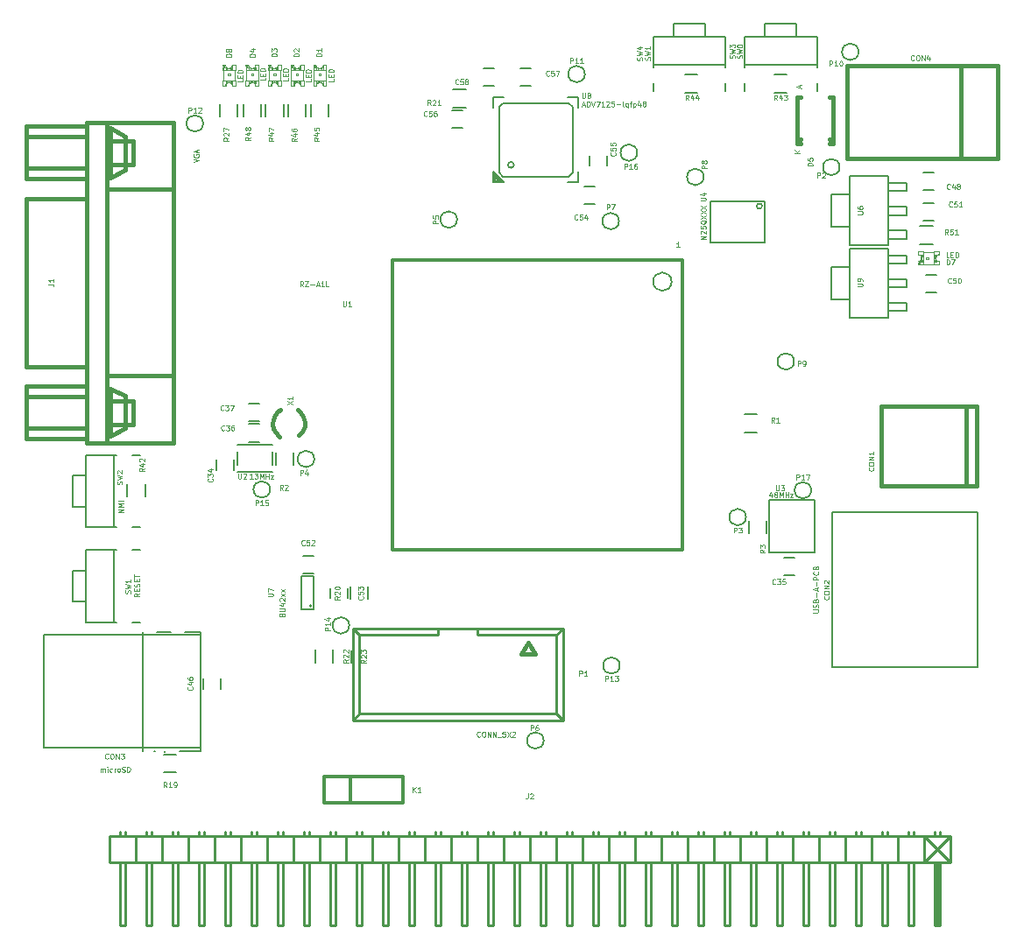
<source format=gto>
%TF.GenerationSoftware,KiCad,Pcbnew,0.201506262353+5832~23~ubuntu14.04.1-product*%
%TF.CreationDate,2015-07-01T01:08:02-03:00*%
%TF.JobID,BoardRZA1,426F617264525A41312E6B696361645F,rev?*%
%TF.FileFunction,Legend,Top*%
%FSLAX46Y46*%
G04 Gerber Fmt 4.6, Leading zero omitted, Abs format (unit mm)*
G04 Created by KiCad (PCBNEW 0.201506262353+5832~23~ubuntu14.04.1-product) date mié 01 jul 2015 01:08:02 ART*
%MOMM*%
G01*
G04 APERTURE LIST*
%ADD10C,0.100000*%
%ADD11C,0.150000*%
%ADD12C,0.381000*%
%ADD13C,0.127000*%
%ADD14C,0.066040*%
%ADD15C,0.101600*%
%ADD16C,0.050800*%
%ADD17C,0.254000*%
%ADD18C,0.406400*%
%ADD19C,0.304800*%
%ADD20C,0.203200*%
%ADD21C,0.149860*%
%ADD22C,0.125000*%
G04 APERTURE END LIST*
D10*
D11*
X30408400Y-75439000D02*
X30422200Y-86361000D01*
X45572200Y-75439000D02*
X30422200Y-75439000D01*
X45572200Y-86361000D02*
X30422200Y-86361000D01*
X42622200Y-75146000D02*
X41322200Y-75146000D01*
X45572200Y-75146000D02*
X44022200Y-75146000D01*
X41172200Y-86696000D02*
X41022200Y-86696000D01*
X42072200Y-86696000D02*
X42072200Y-86746000D01*
X45572200Y-86646000D02*
X43472200Y-86646000D01*
X39922200Y-75146000D02*
X39922200Y-86646000D01*
X45572200Y-86646000D02*
X45572200Y-75146000D01*
D12*
X34536380Y-31320740D02*
X28694380Y-31320740D01*
X38219380Y-30431740D02*
X36822380Y-31193740D01*
X38219380Y-27256740D02*
X36822380Y-26367740D01*
X42918380Y-32336740D02*
X36441380Y-32336740D01*
X34536380Y-25859740D02*
X42918380Y-25859740D01*
X42918380Y-56847740D02*
X34536380Y-56847740D01*
X42918380Y-56847740D02*
X42918380Y-25859740D01*
X36441380Y-50370740D02*
X42918380Y-50370740D01*
X38219380Y-55450740D02*
X36822380Y-56212740D01*
X38219380Y-52275740D02*
X36822380Y-51640740D01*
X38219380Y-52275740D02*
X38219380Y-55450740D01*
X38219380Y-27256740D02*
X38219380Y-30431740D01*
X36822380Y-56212740D02*
X36822380Y-51640740D01*
X36822380Y-51640740D02*
X36568380Y-51640740D01*
X36568380Y-51640740D02*
X36568380Y-56212740D01*
X36568380Y-56212740D02*
X36822380Y-56212740D01*
X36822380Y-31193740D02*
X36822380Y-26367740D01*
X36822380Y-26367740D02*
X36568380Y-26367740D01*
X36568380Y-26367740D02*
X36568380Y-31193740D01*
X36568380Y-31193740D02*
X36822380Y-31193740D01*
X36441380Y-52783740D02*
X38981380Y-52783740D01*
X38981380Y-52783740D02*
X38981380Y-55069740D01*
X38981380Y-55069740D02*
X36441380Y-55069740D01*
X36441380Y-27637740D02*
X38981380Y-27637740D01*
X38981380Y-27637740D02*
X38981380Y-29923740D01*
X38981380Y-29923740D02*
X36441380Y-29923740D01*
X36441380Y-25859740D02*
X36441380Y-56847740D01*
X34536380Y-30304740D02*
X28694380Y-30304740D01*
X34536380Y-27256740D02*
X28694380Y-27256740D01*
X34536380Y-55450740D02*
X28694380Y-55450740D01*
X34536380Y-52402740D02*
X28694380Y-52402740D01*
X34536380Y-51386740D02*
X28694380Y-51386740D01*
X28694380Y-51386740D02*
X28694380Y-56466740D01*
X28694380Y-56466740D02*
X34409380Y-56466740D01*
X34536380Y-26240740D02*
X28694380Y-26240740D01*
X28694380Y-26240740D02*
X28694380Y-31320740D01*
X34536380Y-33225740D02*
X28694380Y-33225740D01*
X28694380Y-33225740D02*
X28694380Y-49481740D01*
X28694380Y-49481740D02*
X34536380Y-49481740D01*
X34536380Y-25859740D02*
X34536380Y-56847740D01*
D11*
X99800000Y-33975000D02*
G75*
G03X99800000Y-33975000I-250000J0D01*
G01*
X100050000Y-37475000D02*
X94800000Y-37475000D01*
X94800000Y-37475000D02*
X94800000Y-33475000D01*
X94800000Y-33475000D02*
X100050000Y-33475000D01*
X100050000Y-33475000D02*
X100050000Y-37475000D01*
D12*
X119526240Y-61064140D02*
X119526240Y-53362860D01*
X120527000Y-61064140D02*
X120527000Y-53362860D01*
X120527000Y-53362860D02*
X111327120Y-53362860D01*
X111327120Y-53362860D02*
X111327120Y-61064140D01*
X111327120Y-61064140D02*
X120527000Y-61064140D01*
D13*
X106557000Y-63563000D02*
X120654000Y-63563000D01*
X120654000Y-78549000D02*
X106557000Y-78549000D01*
X106557000Y-63563000D02*
X106557000Y-78549000D01*
X120654000Y-63563000D02*
X120654000Y-78549000D01*
D12*
X119062500Y-29392880D02*
X119062500Y-20391120D01*
X122562620Y-29392880D02*
X122562620Y-20391120D01*
X122562620Y-20391120D02*
X108061760Y-20391120D01*
X108061760Y-20391120D02*
X108061760Y-29392880D01*
X108061760Y-29392880D02*
X122562620Y-29392880D01*
D14*
X57349718Y-20827160D02*
X57674838Y-20827160D01*
X57674838Y-20827160D02*
X57674838Y-20326780D01*
X57349718Y-20326780D02*
X57674838Y-20326780D01*
X57349718Y-20827160D02*
X57349718Y-20326780D01*
X56727418Y-20827160D02*
X56877278Y-20827160D01*
X56877278Y-20827160D02*
X56877278Y-20575700D01*
X56727418Y-20575700D02*
X56877278Y-20575700D01*
X56727418Y-20827160D02*
X56727418Y-20575700D01*
X57222718Y-20827160D02*
X57372578Y-20827160D01*
X57372578Y-20827160D02*
X57372578Y-20575700D01*
X57222718Y-20575700D02*
X57372578Y-20575700D01*
X57222718Y-20827160D02*
X57222718Y-20575700D01*
X56851878Y-20827160D02*
X57248118Y-20827160D01*
X57248118Y-20827160D02*
X57248118Y-20651900D01*
X56851878Y-20651900D02*
X57248118Y-20651900D01*
X56851878Y-20827160D02*
X56851878Y-20651900D01*
X57349718Y-22323220D02*
X57674838Y-22323220D01*
X57674838Y-22323220D02*
X57674838Y-21822840D01*
X57349718Y-21822840D02*
X57674838Y-21822840D01*
X57349718Y-22323220D02*
X57349718Y-21822840D01*
X56425158Y-22323220D02*
X56750278Y-22323220D01*
X56750278Y-22323220D02*
X56750278Y-21822840D01*
X56425158Y-21822840D02*
X56750278Y-21822840D01*
X56425158Y-22323220D02*
X56425158Y-21822840D01*
X57222718Y-22074300D02*
X57372578Y-22074300D01*
X57372578Y-22074300D02*
X57372578Y-21822840D01*
X57222718Y-21822840D02*
X57372578Y-21822840D01*
X57222718Y-22074300D02*
X57222718Y-21822840D01*
X56727418Y-22074300D02*
X56877278Y-22074300D01*
X56877278Y-22074300D02*
X56877278Y-21822840D01*
X56727418Y-21822840D02*
X56877278Y-21822840D01*
X56727418Y-22074300D02*
X56727418Y-21822840D01*
X56851878Y-21998100D02*
X57248118Y-21998100D01*
X57248118Y-21998100D02*
X57248118Y-21822840D01*
X56851878Y-21822840D02*
X57248118Y-21822840D01*
X56851878Y-21998100D02*
X56851878Y-21822840D01*
X56950938Y-21325000D02*
X57149058Y-21325000D01*
X57149058Y-21325000D02*
X57149058Y-21126880D01*
X56950938Y-21126880D02*
X57149058Y-21126880D01*
X56950938Y-21325000D02*
X56950938Y-21126880D01*
X56450558Y-20827160D02*
X56750278Y-20827160D01*
X56750278Y-20827160D02*
X56750278Y-20527440D01*
X56450558Y-20527440D02*
X56750278Y-20527440D01*
X56450558Y-20827160D02*
X56450558Y-20527440D01*
X56425158Y-20400440D02*
X56651218Y-20400440D01*
X56651218Y-20400440D02*
X56651218Y-20326780D01*
X56425158Y-20326780D02*
X56651218Y-20326780D01*
X56425158Y-20400440D02*
X56425158Y-20326780D01*
D15*
X57624038Y-20801760D02*
X57624038Y-21848240D01*
X56475958Y-21822840D02*
X56475958Y-20400440D01*
D16*
X56672260Y-20476640D02*
G75*
G03X56672260Y-20476640I-71842J0D01*
G01*
D15*
X56702018Y-20326780D02*
G75*
G03X57397978Y-20326780I347980J0D01*
G01*
X57397978Y-22323220D02*
G75*
G03X56702018Y-22323220I-347980J0D01*
G01*
D14*
X55166118Y-20827160D02*
X55491238Y-20827160D01*
X55491238Y-20827160D02*
X55491238Y-20326780D01*
X55166118Y-20326780D02*
X55491238Y-20326780D01*
X55166118Y-20827160D02*
X55166118Y-20326780D01*
X54543818Y-20827160D02*
X54693678Y-20827160D01*
X54693678Y-20827160D02*
X54693678Y-20575700D01*
X54543818Y-20575700D02*
X54693678Y-20575700D01*
X54543818Y-20827160D02*
X54543818Y-20575700D01*
X55039118Y-20827160D02*
X55188978Y-20827160D01*
X55188978Y-20827160D02*
X55188978Y-20575700D01*
X55039118Y-20575700D02*
X55188978Y-20575700D01*
X55039118Y-20827160D02*
X55039118Y-20575700D01*
X54668278Y-20827160D02*
X55064518Y-20827160D01*
X55064518Y-20827160D02*
X55064518Y-20651900D01*
X54668278Y-20651900D02*
X55064518Y-20651900D01*
X54668278Y-20827160D02*
X54668278Y-20651900D01*
X55166118Y-22323220D02*
X55491238Y-22323220D01*
X55491238Y-22323220D02*
X55491238Y-21822840D01*
X55166118Y-21822840D02*
X55491238Y-21822840D01*
X55166118Y-22323220D02*
X55166118Y-21822840D01*
X54241558Y-22323220D02*
X54566678Y-22323220D01*
X54566678Y-22323220D02*
X54566678Y-21822840D01*
X54241558Y-21822840D02*
X54566678Y-21822840D01*
X54241558Y-22323220D02*
X54241558Y-21822840D01*
X55039118Y-22074300D02*
X55188978Y-22074300D01*
X55188978Y-22074300D02*
X55188978Y-21822840D01*
X55039118Y-21822840D02*
X55188978Y-21822840D01*
X55039118Y-22074300D02*
X55039118Y-21822840D01*
X54543818Y-22074300D02*
X54693678Y-22074300D01*
X54693678Y-22074300D02*
X54693678Y-21822840D01*
X54543818Y-21822840D02*
X54693678Y-21822840D01*
X54543818Y-22074300D02*
X54543818Y-21822840D01*
X54668278Y-21998100D02*
X55064518Y-21998100D01*
X55064518Y-21998100D02*
X55064518Y-21822840D01*
X54668278Y-21822840D02*
X55064518Y-21822840D01*
X54668278Y-21998100D02*
X54668278Y-21822840D01*
X54767338Y-21325000D02*
X54965458Y-21325000D01*
X54965458Y-21325000D02*
X54965458Y-21126880D01*
X54767338Y-21126880D02*
X54965458Y-21126880D01*
X54767338Y-21325000D02*
X54767338Y-21126880D01*
X54266958Y-20827160D02*
X54566678Y-20827160D01*
X54566678Y-20827160D02*
X54566678Y-20527440D01*
X54266958Y-20527440D02*
X54566678Y-20527440D01*
X54266958Y-20827160D02*
X54266958Y-20527440D01*
X54241558Y-20400440D02*
X54467618Y-20400440D01*
X54467618Y-20400440D02*
X54467618Y-20326780D01*
X54241558Y-20326780D02*
X54467618Y-20326780D01*
X54241558Y-20400440D02*
X54241558Y-20326780D01*
D15*
X55440438Y-20801760D02*
X55440438Y-21848240D01*
X54292358Y-21822840D02*
X54292358Y-20400440D01*
D16*
X54488660Y-20476640D02*
G75*
G03X54488660Y-20476640I-71842J0D01*
G01*
D15*
X54518418Y-20326780D02*
G75*
G03X55214378Y-20326780I347980J0D01*
G01*
X55214378Y-22323220D02*
G75*
G03X54518418Y-22323220I-347980J0D01*
G01*
D14*
X52983519Y-20827160D02*
X53308639Y-20827160D01*
X53308639Y-20827160D02*
X53308639Y-20326780D01*
X52983519Y-20326780D02*
X53308639Y-20326780D01*
X52983519Y-20827160D02*
X52983519Y-20326780D01*
X52361219Y-20827160D02*
X52511079Y-20827160D01*
X52511079Y-20827160D02*
X52511079Y-20575700D01*
X52361219Y-20575700D02*
X52511079Y-20575700D01*
X52361219Y-20827160D02*
X52361219Y-20575700D01*
X52856519Y-20827160D02*
X53006379Y-20827160D01*
X53006379Y-20827160D02*
X53006379Y-20575700D01*
X52856519Y-20575700D02*
X53006379Y-20575700D01*
X52856519Y-20827160D02*
X52856519Y-20575700D01*
X52485679Y-20827160D02*
X52881919Y-20827160D01*
X52881919Y-20827160D02*
X52881919Y-20651900D01*
X52485679Y-20651900D02*
X52881919Y-20651900D01*
X52485679Y-20827160D02*
X52485679Y-20651900D01*
X52983519Y-22323220D02*
X53308639Y-22323220D01*
X53308639Y-22323220D02*
X53308639Y-21822840D01*
X52983519Y-21822840D02*
X53308639Y-21822840D01*
X52983519Y-22323220D02*
X52983519Y-21822840D01*
X52058959Y-22323220D02*
X52384079Y-22323220D01*
X52384079Y-22323220D02*
X52384079Y-21822840D01*
X52058959Y-21822840D02*
X52384079Y-21822840D01*
X52058959Y-22323220D02*
X52058959Y-21822840D01*
X52856519Y-22074300D02*
X53006379Y-22074300D01*
X53006379Y-22074300D02*
X53006379Y-21822840D01*
X52856519Y-21822840D02*
X53006379Y-21822840D01*
X52856519Y-22074300D02*
X52856519Y-21822840D01*
X52361219Y-22074300D02*
X52511079Y-22074300D01*
X52511079Y-22074300D02*
X52511079Y-21822840D01*
X52361219Y-21822840D02*
X52511079Y-21822840D01*
X52361219Y-22074300D02*
X52361219Y-21822840D01*
X52485679Y-21998100D02*
X52881919Y-21998100D01*
X52881919Y-21998100D02*
X52881919Y-21822840D01*
X52485679Y-21822840D02*
X52881919Y-21822840D01*
X52485679Y-21998100D02*
X52485679Y-21822840D01*
X52584739Y-21325000D02*
X52782859Y-21325000D01*
X52782859Y-21325000D02*
X52782859Y-21126880D01*
X52584739Y-21126880D02*
X52782859Y-21126880D01*
X52584739Y-21325000D02*
X52584739Y-21126880D01*
X52084359Y-20827160D02*
X52384079Y-20827160D01*
X52384079Y-20827160D02*
X52384079Y-20527440D01*
X52084359Y-20527440D02*
X52384079Y-20527440D01*
X52084359Y-20827160D02*
X52084359Y-20527440D01*
X52058959Y-20400440D02*
X52285019Y-20400440D01*
X52285019Y-20400440D02*
X52285019Y-20326780D01*
X52058959Y-20326780D02*
X52285019Y-20326780D01*
X52058959Y-20400440D02*
X52058959Y-20326780D01*
D15*
X53257839Y-20801760D02*
X53257839Y-21848240D01*
X52109759Y-21822840D02*
X52109759Y-20400440D01*
D16*
X52306061Y-20476640D02*
G75*
G03X52306061Y-20476640I-71842J0D01*
G01*
D15*
X52335819Y-20326780D02*
G75*
G03X53031779Y-20326780I347980J0D01*
G01*
X53031779Y-22323220D02*
G75*
G03X52335819Y-22323220I-347980J0D01*
G01*
D14*
X50819169Y-20827160D02*
X51144289Y-20827160D01*
X51144289Y-20827160D02*
X51144289Y-20326780D01*
X50819169Y-20326780D02*
X51144289Y-20326780D01*
X50819169Y-20827160D02*
X50819169Y-20326780D01*
X50196869Y-20827160D02*
X50346729Y-20827160D01*
X50346729Y-20827160D02*
X50346729Y-20575700D01*
X50196869Y-20575700D02*
X50346729Y-20575700D01*
X50196869Y-20827160D02*
X50196869Y-20575700D01*
X50692169Y-20827160D02*
X50842029Y-20827160D01*
X50842029Y-20827160D02*
X50842029Y-20575700D01*
X50692169Y-20575700D02*
X50842029Y-20575700D01*
X50692169Y-20827160D02*
X50692169Y-20575700D01*
X50321329Y-20827160D02*
X50717569Y-20827160D01*
X50717569Y-20827160D02*
X50717569Y-20651900D01*
X50321329Y-20651900D02*
X50717569Y-20651900D01*
X50321329Y-20827160D02*
X50321329Y-20651900D01*
X50819169Y-22323220D02*
X51144289Y-22323220D01*
X51144289Y-22323220D02*
X51144289Y-21822840D01*
X50819169Y-21822840D02*
X51144289Y-21822840D01*
X50819169Y-22323220D02*
X50819169Y-21822840D01*
X49894609Y-22323220D02*
X50219729Y-22323220D01*
X50219729Y-22323220D02*
X50219729Y-21822840D01*
X49894609Y-21822840D02*
X50219729Y-21822840D01*
X49894609Y-22323220D02*
X49894609Y-21822840D01*
X50692169Y-22074300D02*
X50842029Y-22074300D01*
X50842029Y-22074300D02*
X50842029Y-21822840D01*
X50692169Y-21822840D02*
X50842029Y-21822840D01*
X50692169Y-22074300D02*
X50692169Y-21822840D01*
X50196869Y-22074300D02*
X50346729Y-22074300D01*
X50346729Y-22074300D02*
X50346729Y-21822840D01*
X50196869Y-21822840D02*
X50346729Y-21822840D01*
X50196869Y-22074300D02*
X50196869Y-21822840D01*
X50321329Y-21998100D02*
X50717569Y-21998100D01*
X50717569Y-21998100D02*
X50717569Y-21822840D01*
X50321329Y-21822840D02*
X50717569Y-21822840D01*
X50321329Y-21998100D02*
X50321329Y-21822840D01*
X50420389Y-21325000D02*
X50618509Y-21325000D01*
X50618509Y-21325000D02*
X50618509Y-21126880D01*
X50420389Y-21126880D02*
X50618509Y-21126880D01*
X50420389Y-21325000D02*
X50420389Y-21126880D01*
X49920009Y-20827160D02*
X50219729Y-20827160D01*
X50219729Y-20827160D02*
X50219729Y-20527440D01*
X49920009Y-20527440D02*
X50219729Y-20527440D01*
X49920009Y-20827160D02*
X49920009Y-20527440D01*
X49894609Y-20400440D02*
X50120669Y-20400440D01*
X50120669Y-20400440D02*
X50120669Y-20326780D01*
X49894609Y-20326780D02*
X50120669Y-20326780D01*
X49894609Y-20400440D02*
X49894609Y-20326780D01*
D15*
X51093489Y-20801760D02*
X51093489Y-21848240D01*
X49945409Y-21822840D02*
X49945409Y-20400440D01*
D16*
X50141711Y-20476640D02*
G75*
G03X50141711Y-20476640I-71842J0D01*
G01*
D15*
X50171469Y-20326780D02*
G75*
G03X50867429Y-20326780I347980J0D01*
G01*
X50867429Y-22323220D02*
G75*
G03X50171469Y-22323220I-347980J0D01*
G01*
D12*
X103199940Y-27500860D02*
X103550460Y-27500860D01*
X106700060Y-27500860D02*
X106349540Y-27500860D01*
X103199940Y-27950440D02*
X103550460Y-27950440D01*
X103199940Y-23449560D02*
X103550460Y-23449560D01*
X106700060Y-23449560D02*
X106349540Y-23449560D01*
X106700060Y-27950440D02*
X106349540Y-27950440D01*
X103199940Y-23449560D02*
X103199940Y-27950440D01*
X106700060Y-23449560D02*
X106700060Y-27950440D01*
D14*
X115377160Y-38700280D02*
X115377160Y-38375160D01*
X115377160Y-38375160D02*
X114876780Y-38375160D01*
X114876780Y-38700280D02*
X114876780Y-38375160D01*
X115377160Y-38700280D02*
X114876780Y-38700280D01*
X115377160Y-39322580D02*
X115377160Y-39172720D01*
X115377160Y-39172720D02*
X115125700Y-39172720D01*
X115125700Y-39322580D02*
X115125700Y-39172720D01*
X115377160Y-39322580D02*
X115125700Y-39322580D01*
X115377160Y-38827280D02*
X115377160Y-38677420D01*
X115377160Y-38677420D02*
X115125700Y-38677420D01*
X115125700Y-38827280D02*
X115125700Y-38677420D01*
X115377160Y-38827280D02*
X115125700Y-38827280D01*
X115377160Y-39198120D02*
X115377160Y-38801880D01*
X115377160Y-38801880D02*
X115201900Y-38801880D01*
X115201900Y-39198120D02*
X115201900Y-38801880D01*
X115377160Y-39198120D02*
X115201900Y-39198120D01*
X116873220Y-38700280D02*
X116873220Y-38375160D01*
X116873220Y-38375160D02*
X116372840Y-38375160D01*
X116372840Y-38700280D02*
X116372840Y-38375160D01*
X116873220Y-38700280D02*
X116372840Y-38700280D01*
X116873220Y-39624840D02*
X116873220Y-39299720D01*
X116873220Y-39299720D02*
X116372840Y-39299720D01*
X116372840Y-39624840D02*
X116372840Y-39299720D01*
X116873220Y-39624840D02*
X116372840Y-39624840D01*
X116624300Y-38827280D02*
X116624300Y-38677420D01*
X116624300Y-38677420D02*
X116372840Y-38677420D01*
X116372840Y-38827280D02*
X116372840Y-38677420D01*
X116624300Y-38827280D02*
X116372840Y-38827280D01*
X116624300Y-39322580D02*
X116624300Y-39172720D01*
X116624300Y-39172720D02*
X116372840Y-39172720D01*
X116372840Y-39322580D02*
X116372840Y-39172720D01*
X116624300Y-39322580D02*
X116372840Y-39322580D01*
X116548100Y-39198120D02*
X116548100Y-38801880D01*
X116548100Y-38801880D02*
X116372840Y-38801880D01*
X116372840Y-39198120D02*
X116372840Y-38801880D01*
X116548100Y-39198120D02*
X116372840Y-39198120D01*
X115875000Y-39099060D02*
X115875000Y-38900940D01*
X115875000Y-38900940D02*
X115676880Y-38900940D01*
X115676880Y-39099060D02*
X115676880Y-38900940D01*
X115875000Y-39099060D02*
X115676880Y-39099060D01*
X115377160Y-39599440D02*
X115377160Y-39299720D01*
X115377160Y-39299720D02*
X115077440Y-39299720D01*
X115077440Y-39599440D02*
X115077440Y-39299720D01*
X115377160Y-39599440D02*
X115077440Y-39599440D01*
X114950440Y-39624840D02*
X114950440Y-39398780D01*
X114950440Y-39398780D02*
X114876780Y-39398780D01*
X114876780Y-39624840D02*
X114876780Y-39398780D01*
X114950440Y-39624840D02*
X114876780Y-39624840D01*
D15*
X115351760Y-38425960D02*
X116398240Y-38425960D01*
X116372840Y-39574040D02*
X114950440Y-39574040D01*
D16*
X115098482Y-39449580D02*
G75*
G03X115098482Y-39449580I-71842J0D01*
G01*
D15*
X114876780Y-39347980D02*
G75*
G03X114876780Y-38652020I0J347980D01*
G01*
X116873220Y-38652020D02*
G75*
G03X116873220Y-39347980I0J-347980D01*
G01*
D17*
X79946500Y-83058000D02*
X80581500Y-83693000D01*
X79946500Y-75438000D02*
X80581500Y-74803000D01*
X60896500Y-75438000D02*
X60261500Y-74803000D01*
X60896500Y-83058000D02*
X60261500Y-83693000D01*
X68516500Y-74803000D02*
X68516500Y-75438000D01*
X68516500Y-75438000D02*
X60896500Y-75438000D01*
X60896500Y-75438000D02*
X60896500Y-83058000D01*
X60896500Y-83058000D02*
X79946500Y-83058000D01*
X79946500Y-83058000D02*
X79946500Y-75438000D01*
X79946500Y-75438000D02*
X72326500Y-75438000D01*
X72326500Y-75438000D02*
X72326500Y-74803000D01*
X80581500Y-74803000D02*
X60261500Y-74803000D01*
X60261500Y-83693000D02*
X80581500Y-83693000D01*
X80581500Y-83693000D02*
X80581500Y-74803000D01*
X60261500Y-83693000D02*
X60261500Y-74803000D01*
D18*
X77919580Y-77279500D02*
X77221080Y-76210160D01*
X77221080Y-76210160D02*
X76520040Y-77279500D01*
X76520040Y-77279500D02*
X77919580Y-77279500D01*
D11*
X34431600Y-69239000D02*
X33181600Y-69239000D01*
X33181600Y-69239000D02*
X33181600Y-72239000D01*
X33181600Y-72239000D02*
X34431600Y-72239000D01*
X37181600Y-67239000D02*
X37181600Y-74239000D01*
X38931600Y-74239000D02*
X39681600Y-74239000D01*
X38931600Y-67239000D02*
X39681600Y-67239000D01*
X34431600Y-67239000D02*
X34431600Y-74239000D01*
X37431600Y-67239000D02*
X34431600Y-67239000D01*
X37431600Y-74239000D02*
X34431600Y-74239000D01*
X34431600Y-60044200D02*
X33181600Y-60044200D01*
X33181600Y-60044200D02*
X33181600Y-63044200D01*
X33181600Y-63044200D02*
X34431600Y-63044200D01*
X37181600Y-58044200D02*
X37181600Y-65044200D01*
X38931600Y-65044200D02*
X39681600Y-65044200D01*
X38931600Y-58044200D02*
X39681600Y-58044200D01*
X34431600Y-58044200D02*
X34431600Y-65044200D01*
X37431600Y-58044200D02*
X34431600Y-58044200D01*
X37431600Y-65044200D02*
X34431600Y-65044200D01*
X103100000Y-17566000D02*
X103100000Y-16316000D01*
X103100000Y-16316000D02*
X100100000Y-16316000D01*
X100100000Y-16316000D02*
X100100000Y-17566000D01*
X105100000Y-20316000D02*
X98100000Y-20316000D01*
X98100000Y-22066000D02*
X98100000Y-22816000D01*
X105100000Y-22066000D02*
X105100000Y-22816000D01*
X105100000Y-17566000D02*
X98100000Y-17566000D01*
X105100000Y-20566000D02*
X105100000Y-17566000D01*
X98100000Y-20566000D02*
X98100000Y-17566000D01*
X94273500Y-17566000D02*
X94273500Y-16316000D01*
X94273500Y-16316000D02*
X91273500Y-16316000D01*
X91273500Y-16316000D02*
X91273500Y-17566000D01*
X96273500Y-20316000D02*
X89273500Y-20316000D01*
X89273500Y-22066000D02*
X89273500Y-22816000D01*
X96273500Y-22066000D02*
X96273500Y-22816000D01*
X96273500Y-17566000D02*
X89273500Y-17566000D01*
X96273500Y-20566000D02*
X96273500Y-17566000D01*
X89273500Y-20566000D02*
X89273500Y-17566000D01*
D19*
X78105000Y-39212520D02*
X64104520Y-39212520D01*
X64104520Y-39212520D02*
X64104520Y-53213000D01*
X64104520Y-53213000D02*
X64104520Y-67213480D01*
X64104520Y-67213480D02*
X78105000Y-67213480D01*
X78105000Y-67213480D02*
X92105480Y-67213480D01*
X92105480Y-67213480D02*
X92105480Y-53213000D01*
X92105480Y-53213000D02*
X92105480Y-39212520D01*
X92105480Y-39212520D02*
X78105000Y-39212520D01*
D20*
X91059000Y-41275000D02*
G75*
G03X91059000Y-41275000I-889000J0D01*
G01*
D11*
X49075000Y-57050000D02*
X52475000Y-57050000D01*
X52475000Y-59000000D02*
X52475000Y-57700000D01*
X49075000Y-59650000D02*
X52475000Y-59650000D01*
X49075000Y-57700000D02*
X49075000Y-59000000D01*
X100479500Y-67500500D02*
X104879500Y-67500500D01*
X104879500Y-67500500D02*
X104879500Y-62420500D01*
X104879500Y-62420500D02*
X100479500Y-62420500D01*
X100479500Y-62420500D02*
X100479500Y-67500500D01*
X56269000Y-72642500D02*
G75*
G03X56269000Y-72642500I-100000J0D01*
G01*
X55269000Y-72942500D02*
X56469000Y-72942500D01*
X56469000Y-72942500D02*
X56469000Y-69742500D01*
X56469000Y-69742500D02*
X55269000Y-69742500D01*
X55269000Y-69742500D02*
X55269000Y-72942500D01*
D12*
X54949160Y-53699520D02*
X55200620Y-53950980D01*
X55200620Y-53950980D02*
X55449540Y-54298960D01*
X55449540Y-54298960D02*
X55599400Y-54850140D01*
X55599400Y-54850140D02*
X55599400Y-55248920D01*
X55599400Y-55248920D02*
X55398740Y-55749300D01*
X55398740Y-55749300D02*
X55050760Y-56150620D01*
X53199100Y-53699520D02*
X53000980Y-53849380D01*
X53000980Y-53849380D02*
X52749520Y-54149100D01*
X52749520Y-54149100D02*
X52548860Y-54601220D01*
X52548860Y-54601220D02*
X52500600Y-55050800D01*
X52500600Y-55050800D02*
X52599660Y-55551180D01*
X52599660Y-55551180D02*
X52800320Y-55899160D01*
X52800320Y-55899160D02*
X53150840Y-56249680D01*
D13*
X107303219Y-30200000D02*
G75*
G03X107303219Y-30200000I-803219J0D01*
G01*
X98253219Y-64050000D02*
G75*
G03X98253219Y-64050000I-803219J0D01*
G01*
X56528219Y-58425000D02*
G75*
G03X56528219Y-58425000I-803219J0D01*
G01*
X70328219Y-35275000D02*
G75*
G03X70328219Y-35275000I-803219J0D01*
G01*
X78703219Y-85650000D02*
G75*
G03X78703219Y-85650000I-803219J0D01*
G01*
X85978219Y-35425000D02*
G75*
G03X85978219Y-35425000I-803219J0D01*
G01*
X94153219Y-31150000D02*
G75*
G03X94153219Y-31150000I-803219J0D01*
G01*
X102903219Y-49000000D02*
G75*
G03X102903219Y-49000000I-803219J0D01*
G01*
X109133559Y-19050320D02*
G75*
G03X109133559Y-19050320I-803219J0D01*
G01*
X82678219Y-21200000D02*
G75*
G03X82678219Y-21200000I-803219J0D01*
G01*
X45778219Y-25975000D02*
G75*
G03X45778219Y-25975000I-803219J0D01*
G01*
X86053219Y-78400000D02*
G75*
G03X86053219Y-78400000I-803219J0D01*
G01*
X59903219Y-74525000D02*
G75*
G03X59903219Y-74525000I-803219J0D01*
G01*
X52253219Y-61375000D02*
G75*
G03X52253219Y-61375000I-803219J0D01*
G01*
X87728219Y-28800000D02*
G75*
G03X87728219Y-28800000I-803219J0D01*
G01*
X104553219Y-61450000D02*
G75*
G03X104553219Y-61450000I-803219J0D01*
G01*
D19*
X57450000Y-91670000D02*
X57450000Y-89130000D01*
X57450000Y-89130000D02*
X65070000Y-89130000D01*
X65070000Y-89130000D02*
X65070000Y-91670000D01*
X65070000Y-91670000D02*
X57450000Y-91670000D01*
X59990000Y-89130000D02*
X59990000Y-91670000D01*
D17*
X115443000Y-97409000D02*
X117983000Y-94869000D01*
X117983000Y-97409000D02*
X115443000Y-94869000D01*
X116840000Y-97536000D02*
X116840000Y-103378000D01*
X116840000Y-103378000D02*
X116586000Y-103378000D01*
X116586000Y-103378000D02*
X116586000Y-97536000D01*
X116586000Y-97536000D02*
X116713000Y-97536000D01*
X116713000Y-97536000D02*
X116713000Y-103378000D01*
X43307000Y-94869000D02*
X43307000Y-94488000D01*
X42799000Y-94869000D02*
X42799000Y-94488000D01*
X40767000Y-94869000D02*
X40767000Y-94488000D01*
X40259000Y-94869000D02*
X40259000Y-94488000D01*
X38227000Y-94869000D02*
X38227000Y-94488000D01*
X37719000Y-94869000D02*
X37719000Y-94488000D01*
X83947000Y-94869000D02*
X83947000Y-94488000D01*
X83439000Y-94869000D02*
X83439000Y-94488000D01*
X81407000Y-94869000D02*
X81407000Y-94488000D01*
X80899000Y-94869000D02*
X80899000Y-94488000D01*
X78867000Y-94869000D02*
X78867000Y-94488000D01*
X78359000Y-94869000D02*
X78359000Y-94488000D01*
X76327000Y-94869000D02*
X76327000Y-94488000D01*
X75819000Y-94869000D02*
X75819000Y-94488000D01*
X65659000Y-94869000D02*
X65659000Y-94488000D01*
X66167000Y-94869000D02*
X66167000Y-94488000D01*
X68199000Y-94869000D02*
X68199000Y-94488000D01*
X68707000Y-94869000D02*
X68707000Y-94488000D01*
X70739000Y-94869000D02*
X70739000Y-94488000D01*
X71247000Y-94869000D02*
X71247000Y-94488000D01*
X73279000Y-94869000D02*
X73279000Y-94488000D01*
X73787000Y-94869000D02*
X73787000Y-94488000D01*
X53467000Y-94869000D02*
X53467000Y-94488000D01*
X52959000Y-94869000D02*
X52959000Y-94488000D01*
X50927000Y-94869000D02*
X50927000Y-94488000D01*
X50419000Y-94869000D02*
X50419000Y-94488000D01*
X48387000Y-94869000D02*
X48387000Y-94488000D01*
X47879000Y-94869000D02*
X47879000Y-94488000D01*
X45847000Y-94869000D02*
X45847000Y-94488000D01*
X45339000Y-94869000D02*
X45339000Y-94488000D01*
X55499000Y-94869000D02*
X55499000Y-94488000D01*
X56007000Y-94869000D02*
X56007000Y-94488000D01*
X58039000Y-94869000D02*
X58039000Y-94488000D01*
X58547000Y-94869000D02*
X58547000Y-94488000D01*
X60579000Y-94869000D02*
X60579000Y-94488000D01*
X61087000Y-94869000D02*
X61087000Y-94488000D01*
X63119000Y-94869000D02*
X63119000Y-94488000D01*
X63627000Y-94869000D02*
X63627000Y-94488000D01*
X104267000Y-94869000D02*
X104267000Y-94488000D01*
X103759000Y-94869000D02*
X103759000Y-94488000D01*
X101727000Y-94869000D02*
X101727000Y-94488000D01*
X101219000Y-94869000D02*
X101219000Y-94488000D01*
X99187000Y-94869000D02*
X99187000Y-94488000D01*
X98679000Y-94869000D02*
X98679000Y-94488000D01*
X96647000Y-94869000D02*
X96647000Y-94488000D01*
X96139000Y-94869000D02*
X96139000Y-94488000D01*
X85979000Y-94869000D02*
X85979000Y-94488000D01*
X86487000Y-94869000D02*
X86487000Y-94488000D01*
X88519000Y-94869000D02*
X88519000Y-94488000D01*
X89027000Y-94869000D02*
X89027000Y-94488000D01*
X91059000Y-94869000D02*
X91059000Y-94488000D01*
X91567000Y-94869000D02*
X91567000Y-94488000D01*
X93599000Y-94869000D02*
X93599000Y-94488000D01*
X94107000Y-94869000D02*
X94107000Y-94488000D01*
X114427000Y-94869000D02*
X114427000Y-94488000D01*
X113919000Y-94869000D02*
X113919000Y-94488000D01*
X111887000Y-94869000D02*
X111887000Y-94488000D01*
X111379000Y-94869000D02*
X111379000Y-94488000D01*
X109347000Y-94869000D02*
X109347000Y-94488000D01*
X108839000Y-94869000D02*
X108839000Y-94488000D01*
X106807000Y-94869000D02*
X106807000Y-94488000D01*
X106299000Y-94869000D02*
X106299000Y-94488000D01*
X116459000Y-94869000D02*
X116459000Y-94488000D01*
X116967000Y-94869000D02*
X116967000Y-94488000D01*
X46863000Y-94869000D02*
X44323000Y-94869000D01*
X44323000Y-94869000D02*
X44323000Y-97409000D01*
X45847000Y-97409000D02*
X45847000Y-103505000D01*
X45847000Y-103505000D02*
X45339000Y-103505000D01*
X45339000Y-103505000D02*
X45339000Y-97409000D01*
X44323000Y-97409000D02*
X46863000Y-97409000D01*
X41783000Y-97409000D02*
X44323000Y-97409000D01*
X42799000Y-103505000D02*
X42799000Y-97409000D01*
X43307000Y-103505000D02*
X42799000Y-103505000D01*
X43307000Y-97409000D02*
X43307000Y-103505000D01*
X41783000Y-94869000D02*
X41783000Y-97409000D01*
X44323000Y-94869000D02*
X41783000Y-94869000D01*
X44323000Y-94869000D02*
X44323000Y-97409000D01*
X39243000Y-94869000D02*
X39243000Y-97409000D01*
X39243000Y-94869000D02*
X36703000Y-94869000D01*
X38227000Y-97409000D02*
X38227000Y-103505000D01*
X38227000Y-103505000D02*
X37719000Y-103505000D01*
X37719000Y-103505000D02*
X37719000Y-97409000D01*
X36703000Y-97409000D02*
X39243000Y-97409000D01*
X39243000Y-97409000D02*
X41783000Y-97409000D01*
X40259000Y-103505000D02*
X40259000Y-97409000D01*
X40767000Y-103505000D02*
X40259000Y-103505000D01*
X40767000Y-97409000D02*
X40767000Y-103505000D01*
X39243000Y-94869000D02*
X39243000Y-97409000D01*
X41783000Y-94869000D02*
X39243000Y-94869000D01*
X41783000Y-94869000D02*
X41783000Y-97409000D01*
X36703000Y-94869000D02*
X36703000Y-97409000D01*
X46863000Y-94869000D02*
X46863000Y-97409000D01*
X87503000Y-94869000D02*
X87503000Y-97409000D01*
X87503000Y-94869000D02*
X84963000Y-94869000D01*
X84963000Y-94869000D02*
X84963000Y-97409000D01*
X86487000Y-97409000D02*
X86487000Y-103505000D01*
X86487000Y-103505000D02*
X85979000Y-103505000D01*
X85979000Y-103505000D02*
X85979000Y-97409000D01*
X84963000Y-97409000D02*
X87503000Y-97409000D01*
X82423000Y-97409000D02*
X84963000Y-97409000D01*
X83439000Y-103505000D02*
X83439000Y-97409000D01*
X83947000Y-103505000D02*
X83439000Y-103505000D01*
X83947000Y-97409000D02*
X83947000Y-103505000D01*
X82423000Y-94869000D02*
X82423000Y-97409000D01*
X84963000Y-94869000D02*
X82423000Y-94869000D01*
X84963000Y-94869000D02*
X84963000Y-97409000D01*
X79883000Y-94869000D02*
X79883000Y-97409000D01*
X79883000Y-94869000D02*
X77343000Y-94869000D01*
X77343000Y-94869000D02*
X77343000Y-97409000D01*
X78867000Y-97409000D02*
X78867000Y-103505000D01*
X78867000Y-103505000D02*
X78359000Y-103505000D01*
X78359000Y-103505000D02*
X78359000Y-97409000D01*
X77343000Y-97409000D02*
X79883000Y-97409000D01*
X79883000Y-97409000D02*
X82423000Y-97409000D01*
X80899000Y-103505000D02*
X80899000Y-97409000D01*
X81407000Y-103505000D02*
X80899000Y-103505000D01*
X81407000Y-97409000D02*
X81407000Y-103505000D01*
X79883000Y-94869000D02*
X79883000Y-97409000D01*
X82423000Y-94869000D02*
X79883000Y-94869000D01*
X82423000Y-94869000D02*
X82423000Y-97409000D01*
X72263000Y-94869000D02*
X72263000Y-97409000D01*
X72263000Y-94869000D02*
X69723000Y-94869000D01*
X69723000Y-94869000D02*
X69723000Y-97409000D01*
X71247000Y-97409000D02*
X71247000Y-103505000D01*
X71247000Y-103505000D02*
X70739000Y-103505000D01*
X70739000Y-103505000D02*
X70739000Y-97409000D01*
X69723000Y-97409000D02*
X72263000Y-97409000D01*
X67183000Y-97409000D02*
X69723000Y-97409000D01*
X68199000Y-103505000D02*
X68199000Y-97409000D01*
X68707000Y-103505000D02*
X68199000Y-103505000D01*
X68707000Y-97409000D02*
X68707000Y-103505000D01*
X67183000Y-94869000D02*
X67183000Y-97409000D01*
X69723000Y-94869000D02*
X67183000Y-94869000D01*
X69723000Y-94869000D02*
X69723000Y-97409000D01*
X74803000Y-94869000D02*
X74803000Y-97409000D01*
X74803000Y-94869000D02*
X72263000Y-94869000D01*
X72263000Y-94869000D02*
X72263000Y-97409000D01*
X73787000Y-97409000D02*
X73787000Y-103505000D01*
X73787000Y-103505000D02*
X73279000Y-103505000D01*
X73279000Y-103505000D02*
X73279000Y-97409000D01*
X72263000Y-97409000D02*
X74803000Y-97409000D01*
X74803000Y-97409000D02*
X77343000Y-97409000D01*
X75819000Y-103505000D02*
X75819000Y-97409000D01*
X76327000Y-103505000D02*
X75819000Y-103505000D01*
X76327000Y-97409000D02*
X76327000Y-103505000D01*
X74803000Y-94869000D02*
X74803000Y-97409000D01*
X77343000Y-94869000D02*
X74803000Y-94869000D01*
X77343000Y-94869000D02*
X77343000Y-97409000D01*
X57023000Y-94869000D02*
X57023000Y-97409000D01*
X57023000Y-94869000D02*
X54483000Y-94869000D01*
X54483000Y-94869000D02*
X54483000Y-97409000D01*
X56007000Y-97409000D02*
X56007000Y-103505000D01*
X56007000Y-103505000D02*
X55499000Y-103505000D01*
X55499000Y-103505000D02*
X55499000Y-97409000D01*
X54483000Y-97409000D02*
X57023000Y-97409000D01*
X51943000Y-97409000D02*
X54483000Y-97409000D01*
X52959000Y-103505000D02*
X52959000Y-97409000D01*
X53467000Y-103505000D02*
X52959000Y-103505000D01*
X53467000Y-97409000D02*
X53467000Y-103505000D01*
X51943000Y-94869000D02*
X51943000Y-97409000D01*
X54483000Y-94869000D02*
X51943000Y-94869000D01*
X54483000Y-94869000D02*
X54483000Y-97409000D01*
X49403000Y-94869000D02*
X49403000Y-97409000D01*
X49403000Y-94869000D02*
X46863000Y-94869000D01*
X46863000Y-94869000D02*
X46863000Y-97409000D01*
X48387000Y-97409000D02*
X48387000Y-103505000D01*
X48387000Y-103505000D02*
X47879000Y-103505000D01*
X47879000Y-103505000D02*
X47879000Y-97409000D01*
X46863000Y-97409000D02*
X49403000Y-97409000D01*
X49403000Y-97409000D02*
X51943000Y-97409000D01*
X50419000Y-103505000D02*
X50419000Y-97409000D01*
X50927000Y-103505000D02*
X50419000Y-103505000D01*
X50927000Y-97409000D02*
X50927000Y-103505000D01*
X49403000Y-94869000D02*
X49403000Y-97409000D01*
X51943000Y-94869000D02*
X49403000Y-94869000D01*
X51943000Y-94869000D02*
X51943000Y-97409000D01*
X62103000Y-94869000D02*
X62103000Y-97409000D01*
X62103000Y-94869000D02*
X59563000Y-94869000D01*
X59563000Y-94869000D02*
X59563000Y-97409000D01*
X61087000Y-97409000D02*
X61087000Y-103505000D01*
X61087000Y-103505000D02*
X60579000Y-103505000D01*
X60579000Y-103505000D02*
X60579000Y-97409000D01*
X59563000Y-97409000D02*
X62103000Y-97409000D01*
X57023000Y-97409000D02*
X59563000Y-97409000D01*
X58039000Y-103505000D02*
X58039000Y-97409000D01*
X58547000Y-103505000D02*
X58039000Y-103505000D01*
X58547000Y-97409000D02*
X58547000Y-103505000D01*
X57023000Y-94869000D02*
X57023000Y-97409000D01*
X59563000Y-94869000D02*
X57023000Y-94869000D01*
X59563000Y-94869000D02*
X59563000Y-97409000D01*
X64643000Y-94869000D02*
X64643000Y-97409000D01*
X64643000Y-94869000D02*
X62103000Y-94869000D01*
X62103000Y-94869000D02*
X62103000Y-97409000D01*
X63627000Y-97409000D02*
X63627000Y-103505000D01*
X63627000Y-103505000D02*
X63119000Y-103505000D01*
X63119000Y-103505000D02*
X63119000Y-97409000D01*
X62103000Y-97409000D02*
X64643000Y-97409000D01*
X64643000Y-97409000D02*
X67183000Y-97409000D01*
X65659000Y-103505000D02*
X65659000Y-97409000D01*
X66167000Y-103505000D02*
X65659000Y-103505000D01*
X66167000Y-97409000D02*
X66167000Y-103505000D01*
X64643000Y-94869000D02*
X64643000Y-97409000D01*
X67183000Y-94869000D02*
X64643000Y-94869000D01*
X67183000Y-94869000D02*
X67183000Y-97409000D01*
X107823000Y-94869000D02*
X107823000Y-97409000D01*
X107823000Y-94869000D02*
X105283000Y-94869000D01*
X105283000Y-94869000D02*
X105283000Y-97409000D01*
X106807000Y-97409000D02*
X106807000Y-103505000D01*
X106807000Y-103505000D02*
X106299000Y-103505000D01*
X106299000Y-103505000D02*
X106299000Y-97409000D01*
X105283000Y-97409000D02*
X107823000Y-97409000D01*
X102743000Y-97409000D02*
X105283000Y-97409000D01*
X103759000Y-103505000D02*
X103759000Y-97409000D01*
X104267000Y-103505000D02*
X103759000Y-103505000D01*
X104267000Y-97409000D02*
X104267000Y-103505000D01*
X102743000Y-94869000D02*
X102743000Y-97409000D01*
X105283000Y-94869000D02*
X102743000Y-94869000D01*
X105283000Y-94869000D02*
X105283000Y-97409000D01*
X100203000Y-94869000D02*
X100203000Y-97409000D01*
X100203000Y-94869000D02*
X97663000Y-94869000D01*
X97663000Y-94869000D02*
X97663000Y-97409000D01*
X99187000Y-97409000D02*
X99187000Y-103505000D01*
X99187000Y-103505000D02*
X98679000Y-103505000D01*
X98679000Y-103505000D02*
X98679000Y-97409000D01*
X97663000Y-97409000D02*
X100203000Y-97409000D01*
X100203000Y-97409000D02*
X102743000Y-97409000D01*
X101219000Y-103505000D02*
X101219000Y-97409000D01*
X101727000Y-103505000D02*
X101219000Y-103505000D01*
X101727000Y-97409000D02*
X101727000Y-103505000D01*
X100203000Y-94869000D02*
X100203000Y-97409000D01*
X102743000Y-94869000D02*
X100203000Y-94869000D01*
X102743000Y-94869000D02*
X102743000Y-97409000D01*
X92583000Y-94869000D02*
X92583000Y-97409000D01*
X92583000Y-94869000D02*
X90043000Y-94869000D01*
X90043000Y-94869000D02*
X90043000Y-97409000D01*
X91567000Y-97409000D02*
X91567000Y-103505000D01*
X91567000Y-103505000D02*
X91059000Y-103505000D01*
X91059000Y-103505000D02*
X91059000Y-97409000D01*
X90043000Y-97409000D02*
X92583000Y-97409000D01*
X87503000Y-97409000D02*
X90043000Y-97409000D01*
X88519000Y-103505000D02*
X88519000Y-97409000D01*
X89027000Y-103505000D02*
X88519000Y-103505000D01*
X89027000Y-97409000D02*
X89027000Y-103505000D01*
X87503000Y-94869000D02*
X87503000Y-97409000D01*
X90043000Y-94869000D02*
X87503000Y-94869000D01*
X90043000Y-94869000D02*
X90043000Y-97409000D01*
X95123000Y-94869000D02*
X95123000Y-97409000D01*
X95123000Y-94869000D02*
X92583000Y-94869000D01*
X92583000Y-94869000D02*
X92583000Y-97409000D01*
X94107000Y-97409000D02*
X94107000Y-103505000D01*
X94107000Y-103505000D02*
X93599000Y-103505000D01*
X93599000Y-103505000D02*
X93599000Y-97409000D01*
X92583000Y-97409000D02*
X95123000Y-97409000D01*
X95123000Y-97409000D02*
X97663000Y-97409000D01*
X96139000Y-103505000D02*
X96139000Y-97409000D01*
X96647000Y-103505000D02*
X96139000Y-103505000D01*
X96647000Y-97409000D02*
X96647000Y-103505000D01*
X95123000Y-94869000D02*
X95123000Y-97409000D01*
X97663000Y-94869000D02*
X95123000Y-94869000D01*
X97663000Y-94869000D02*
X97663000Y-97409000D01*
X117983000Y-94869000D02*
X115443000Y-94869000D01*
X115443000Y-94869000D02*
X115443000Y-97409000D01*
X116967000Y-97409000D02*
X116967000Y-103505000D01*
X116967000Y-103505000D02*
X116459000Y-103505000D01*
X116459000Y-103505000D02*
X116459000Y-97409000D01*
X115443000Y-97409000D02*
X117983000Y-97409000D01*
X112903000Y-97409000D02*
X115443000Y-97409000D01*
X113919000Y-103505000D02*
X113919000Y-97409000D01*
X114427000Y-103505000D02*
X113919000Y-103505000D01*
X114427000Y-97409000D02*
X114427000Y-103505000D01*
X112903000Y-94869000D02*
X112903000Y-97409000D01*
X115443000Y-94869000D02*
X112903000Y-94869000D01*
X115443000Y-94869000D02*
X115443000Y-97409000D01*
X110363000Y-94869000D02*
X110363000Y-97409000D01*
X110363000Y-94869000D02*
X107823000Y-94869000D01*
X107823000Y-94869000D02*
X107823000Y-97409000D01*
X109347000Y-97409000D02*
X109347000Y-103505000D01*
X109347000Y-103505000D02*
X108839000Y-103505000D01*
X108839000Y-103505000D02*
X108839000Y-97409000D01*
X107823000Y-97409000D02*
X110363000Y-97409000D01*
X110363000Y-97409000D02*
X112903000Y-97409000D01*
X111379000Y-103505000D02*
X111379000Y-97409000D01*
X111887000Y-103505000D02*
X111379000Y-103505000D01*
X111887000Y-97409000D02*
X111887000Y-103505000D01*
X110363000Y-94869000D02*
X110363000Y-97409000D01*
X112903000Y-94869000D02*
X110363000Y-94869000D01*
X112903000Y-94869000D02*
X112903000Y-97409000D01*
X117983000Y-94869000D02*
X117983000Y-97409000D01*
D14*
X48574720Y-20827160D02*
X48899840Y-20827160D01*
X48899840Y-20827160D02*
X48899840Y-20326780D01*
X48574720Y-20326780D02*
X48899840Y-20326780D01*
X48574720Y-20827160D02*
X48574720Y-20326780D01*
X47952420Y-20827160D02*
X48102280Y-20827160D01*
X48102280Y-20827160D02*
X48102280Y-20575700D01*
X47952420Y-20575700D02*
X48102280Y-20575700D01*
X47952420Y-20827160D02*
X47952420Y-20575700D01*
X48447720Y-20827160D02*
X48597580Y-20827160D01*
X48597580Y-20827160D02*
X48597580Y-20575700D01*
X48447720Y-20575700D02*
X48597580Y-20575700D01*
X48447720Y-20827160D02*
X48447720Y-20575700D01*
X48076880Y-20827160D02*
X48473120Y-20827160D01*
X48473120Y-20827160D02*
X48473120Y-20651900D01*
X48076880Y-20651900D02*
X48473120Y-20651900D01*
X48076880Y-20827160D02*
X48076880Y-20651900D01*
X48574720Y-22323220D02*
X48899840Y-22323220D01*
X48899840Y-22323220D02*
X48899840Y-21822840D01*
X48574720Y-21822840D02*
X48899840Y-21822840D01*
X48574720Y-22323220D02*
X48574720Y-21822840D01*
X47650160Y-22323220D02*
X47975280Y-22323220D01*
X47975280Y-22323220D02*
X47975280Y-21822840D01*
X47650160Y-21822840D02*
X47975280Y-21822840D01*
X47650160Y-22323220D02*
X47650160Y-21822840D01*
X48447720Y-22074300D02*
X48597580Y-22074300D01*
X48597580Y-22074300D02*
X48597580Y-21822840D01*
X48447720Y-21822840D02*
X48597580Y-21822840D01*
X48447720Y-22074300D02*
X48447720Y-21822840D01*
X47952420Y-22074300D02*
X48102280Y-22074300D01*
X48102280Y-22074300D02*
X48102280Y-21822840D01*
X47952420Y-21822840D02*
X48102280Y-21822840D01*
X47952420Y-22074300D02*
X47952420Y-21822840D01*
X48076880Y-21998100D02*
X48473120Y-21998100D01*
X48473120Y-21998100D02*
X48473120Y-21822840D01*
X48076880Y-21822840D02*
X48473120Y-21822840D01*
X48076880Y-21998100D02*
X48076880Y-21822840D01*
X48175940Y-21325000D02*
X48374060Y-21325000D01*
X48374060Y-21325000D02*
X48374060Y-21126880D01*
X48175940Y-21126880D02*
X48374060Y-21126880D01*
X48175940Y-21325000D02*
X48175940Y-21126880D01*
X47675560Y-20827160D02*
X47975280Y-20827160D01*
X47975280Y-20827160D02*
X47975280Y-20527440D01*
X47675560Y-20527440D02*
X47975280Y-20527440D01*
X47675560Y-20827160D02*
X47675560Y-20527440D01*
X47650160Y-20400440D02*
X47876220Y-20400440D01*
X47876220Y-20400440D02*
X47876220Y-20326780D01*
X47650160Y-20326780D02*
X47876220Y-20326780D01*
X47650160Y-20400440D02*
X47650160Y-20326780D01*
D15*
X48849040Y-20801760D02*
X48849040Y-21848240D01*
X47700960Y-21822840D02*
X47700960Y-20400440D01*
D16*
X47897262Y-20476640D02*
G75*
G03X47897262Y-20476640I-71842J0D01*
G01*
D15*
X47927020Y-20326780D02*
G75*
G03X48622980Y-20326780I347980J0D01*
G01*
X48622980Y-22323220D02*
G75*
G03X47927020Y-22323220I-347980J0D01*
G01*
D13*
X106480100Y-35974400D02*
X106480100Y-32875600D01*
X106480100Y-32875600D02*
X108270800Y-32875600D01*
X106480100Y-35974400D02*
X108270800Y-35974400D01*
X113769900Y-32532700D02*
X113769900Y-31719900D01*
X113769900Y-31719900D02*
X111979200Y-31719900D01*
X113769900Y-32532700D02*
X111979200Y-32532700D01*
X113769900Y-34831400D02*
X111979200Y-34831400D01*
X113769900Y-34018600D02*
X111979200Y-34018600D01*
X113769900Y-34831400D02*
X113769900Y-34018600D01*
X113769900Y-37130100D02*
X113769900Y-36317300D01*
X113769900Y-36317300D02*
X111979200Y-36317300D01*
X113769900Y-37130100D02*
X111979200Y-37130100D01*
X111979200Y-31072200D02*
X111979200Y-37777800D01*
X111979200Y-37777800D02*
X108270800Y-37777800D01*
X108270800Y-37777800D02*
X108270800Y-31072200D01*
X108270800Y-31072200D02*
X111979200Y-31072200D01*
X106480100Y-42974400D02*
X106480100Y-39875600D01*
X106480100Y-39875600D02*
X108270800Y-39875600D01*
X106480100Y-42974400D02*
X108270800Y-42974400D01*
X113769900Y-39532700D02*
X113769900Y-38719900D01*
X113769900Y-38719900D02*
X111979200Y-38719900D01*
X113769900Y-39532700D02*
X111979200Y-39532700D01*
X113769900Y-41831400D02*
X111979200Y-41831400D01*
X113769900Y-41018600D02*
X111979200Y-41018600D01*
X113769900Y-41831400D02*
X113769900Y-41018600D01*
X113769900Y-44130100D02*
X113769900Y-43317300D01*
X113769900Y-43317300D02*
X111979200Y-43317300D01*
X113769900Y-44130100D02*
X111979200Y-44130100D01*
X111979200Y-38072200D02*
X111979200Y-44777800D01*
X111979200Y-44777800D02*
X108270800Y-44777800D01*
X108270800Y-44777800D02*
X108270800Y-38072200D01*
X108270800Y-38072200D02*
X111979200Y-38072200D01*
D11*
X48750000Y-59475000D02*
X48750000Y-58475000D01*
X47050000Y-58475000D02*
X47050000Y-59475000D01*
X102900000Y-68000000D02*
X101900000Y-68000000D01*
X101900000Y-69700000D02*
X102900000Y-69700000D01*
X51198000Y-55057400D02*
X50198000Y-55057400D01*
X50198000Y-56757400D02*
X51198000Y-56757400D01*
X51200000Y-53050000D02*
X50200000Y-53050000D01*
X50200000Y-54750000D02*
X51200000Y-54750000D01*
X45784400Y-79637000D02*
X45784400Y-80637000D01*
X47484400Y-80637000D02*
X47484400Y-79637000D01*
X116400000Y-30725000D02*
X115400000Y-30725000D01*
X115400000Y-32425000D02*
X116400000Y-32425000D01*
X116661311Y-40600000D02*
X115661311Y-40600000D01*
X115661311Y-42300000D02*
X116661311Y-42300000D01*
X116425000Y-33675000D02*
X115425000Y-33675000D01*
X115425000Y-35375000D02*
X116425000Y-35375000D01*
X56419000Y-67792500D02*
X55419000Y-67792500D01*
X55419000Y-69492500D02*
X56419000Y-69492500D01*
X59769000Y-71892500D02*
X59769000Y-70892500D01*
X58069000Y-70892500D02*
X58069000Y-71892500D01*
X82600000Y-33750000D02*
X83600000Y-33750000D01*
X83600000Y-32050000D02*
X82600000Y-32050000D01*
X84850000Y-30075000D02*
X84850000Y-29075000D01*
X83150000Y-29075000D02*
X83150000Y-30075000D01*
X70850000Y-24700000D02*
X69850000Y-24700000D01*
X69850000Y-26400000D02*
X70850000Y-26400000D01*
X77475000Y-20650000D02*
X76475000Y-20650000D01*
X76475000Y-22350000D02*
X77475000Y-22350000D01*
X72875000Y-22350000D02*
X73875000Y-22350000D01*
X73875000Y-20650000D02*
X72875000Y-20650000D01*
X98075000Y-54100000D02*
X99275000Y-54100000D01*
X99275000Y-55850000D02*
X98075000Y-55850000D01*
X52800000Y-58975000D02*
X52800000Y-57775000D01*
X54550000Y-57775000D02*
X54550000Y-58975000D01*
X98499300Y-65604000D02*
X98499300Y-64404000D01*
X100249300Y-64404000D02*
X100249300Y-65604000D01*
X41995800Y-86983600D02*
X43195800Y-86983600D01*
X43195800Y-88733600D02*
X41995800Y-88733600D01*
X61744000Y-70792500D02*
X61744000Y-71992500D01*
X59994000Y-71992500D02*
X59994000Y-70792500D01*
X69950000Y-22671875D02*
X71150000Y-22671875D01*
X71150000Y-24421875D02*
X69950000Y-24421875D01*
X56605200Y-78095400D02*
X56605200Y-76895400D01*
X58355200Y-76895400D02*
X58355200Y-78095400D01*
X58332400Y-78120800D02*
X58332400Y-76920800D01*
X60082400Y-76920800D02*
X60082400Y-78120800D01*
X49125000Y-24075000D02*
X49125000Y-25275000D01*
X47375000Y-25275000D02*
X47375000Y-24075000D01*
X38425000Y-62025000D02*
X38425000Y-60825000D01*
X40175000Y-60825000D02*
X40175000Y-62025000D01*
X101000000Y-21223000D02*
X102200000Y-21223000D01*
X102200000Y-22973000D02*
X101000000Y-22973000D01*
X93564000Y-22973000D02*
X92364000Y-22973000D01*
X92364000Y-21223000D02*
X93564000Y-21223000D01*
X57924997Y-24075000D02*
X57924997Y-25275000D01*
X56174997Y-25275000D02*
X56174997Y-24075000D01*
X55718450Y-24075000D02*
X55718450Y-25275000D01*
X53968450Y-25275000D02*
X53968450Y-24075000D01*
X53547915Y-24075000D02*
X53547915Y-25275000D01*
X51797915Y-25275000D02*
X51797915Y-24075000D01*
X51402380Y-24075000D02*
X51402380Y-25275000D01*
X49652380Y-25275000D02*
X49652380Y-24075000D01*
X116275000Y-37650000D02*
X115075000Y-37650000D01*
X115075000Y-35900000D02*
X116275000Y-35900000D01*
D21*
X73850440Y-31473900D02*
X74051100Y-31674560D01*
X74249220Y-31674560D02*
X73850440Y-31275780D01*
X73850440Y-31075120D02*
X74449880Y-31674560D01*
X74650540Y-31674560D02*
X73850440Y-30874460D01*
X74851200Y-31674560D02*
X73850440Y-31674560D01*
X73850440Y-31674560D02*
X73850440Y-30673800D01*
X73850440Y-30673800D02*
X74851200Y-31674560D01*
X82049560Y-30673800D02*
X82049560Y-31674560D01*
X82049560Y-31674560D02*
X81048800Y-31674560D01*
X81048800Y-23475440D02*
X82049560Y-23475440D01*
X82049560Y-23475440D02*
X82049560Y-24476200D01*
X73850440Y-24476200D02*
X73850440Y-23475440D01*
X73850440Y-23475440D02*
X74851200Y-23475440D01*
D13*
X75820981Y-29988000D02*
G75*
G03X75820981Y-29988000I-283981J0D01*
G01*
X81506000Y-30750000D02*
X81125000Y-31131000D01*
X81125000Y-31131000D02*
X74775000Y-31131000D01*
X74775000Y-31131000D02*
X74394000Y-30750000D01*
X74394000Y-30750000D02*
X74394000Y-24400000D01*
X74394000Y-24400000D02*
X74775000Y-24019000D01*
X74775000Y-24019000D02*
X81125000Y-24019000D01*
X81125000Y-24019000D02*
X81506000Y-24400000D01*
X81506000Y-24400000D02*
X81506000Y-30750000D01*
D22*
X36603857Y-87368971D02*
X36580047Y-87392781D01*
X36508619Y-87416590D01*
X36461000Y-87416590D01*
X36389571Y-87392781D01*
X36341952Y-87345162D01*
X36318143Y-87297543D01*
X36294333Y-87202305D01*
X36294333Y-87130876D01*
X36318143Y-87035638D01*
X36341952Y-86988019D01*
X36389571Y-86940400D01*
X36461000Y-86916590D01*
X36508619Y-86916590D01*
X36580047Y-86940400D01*
X36603857Y-86964210D01*
X36913381Y-86916590D02*
X37008619Y-86916590D01*
X37056238Y-86940400D01*
X37103857Y-86988019D01*
X37127666Y-87083257D01*
X37127666Y-87249924D01*
X37103857Y-87345162D01*
X37056238Y-87392781D01*
X37008619Y-87416590D01*
X36913381Y-87416590D01*
X36865762Y-87392781D01*
X36818143Y-87345162D01*
X36794333Y-87249924D01*
X36794333Y-87083257D01*
X36818143Y-86988019D01*
X36865762Y-86940400D01*
X36913381Y-86916590D01*
X37341953Y-87416590D02*
X37341953Y-86916590D01*
X37627667Y-87416590D01*
X37627667Y-86916590D01*
X37818144Y-86916590D02*
X38127667Y-86916590D01*
X37961001Y-87107067D01*
X38032429Y-87107067D01*
X38080048Y-87130876D01*
X38103858Y-87154686D01*
X38127667Y-87202305D01*
X38127667Y-87321352D01*
X38103858Y-87368971D01*
X38080048Y-87392781D01*
X38032429Y-87416590D01*
X37889572Y-87416590D01*
X37841953Y-87392781D01*
X37818144Y-87368971D01*
X35870534Y-88694390D02*
X35870534Y-88361057D01*
X35870534Y-88408676D02*
X35894343Y-88384867D01*
X35941962Y-88361057D01*
X36013391Y-88361057D01*
X36061010Y-88384867D01*
X36084819Y-88432486D01*
X36084819Y-88694390D01*
X36084819Y-88432486D02*
X36108629Y-88384867D01*
X36156248Y-88361057D01*
X36227676Y-88361057D01*
X36275296Y-88384867D01*
X36299105Y-88432486D01*
X36299105Y-88694390D01*
X36537201Y-88694390D02*
X36537201Y-88361057D01*
X36537201Y-88194390D02*
X36513391Y-88218200D01*
X36537201Y-88242010D01*
X36561010Y-88218200D01*
X36537201Y-88194390D01*
X36537201Y-88242010D01*
X36989581Y-88670581D02*
X36941962Y-88694390D01*
X36846724Y-88694390D01*
X36799105Y-88670581D01*
X36775296Y-88646771D01*
X36751486Y-88599152D01*
X36751486Y-88456295D01*
X36775296Y-88408676D01*
X36799105Y-88384867D01*
X36846724Y-88361057D01*
X36941962Y-88361057D01*
X36989581Y-88384867D01*
X37203867Y-88694390D02*
X37203867Y-88361057D01*
X37203867Y-88456295D02*
X37227676Y-88408676D01*
X37251486Y-88384867D01*
X37299105Y-88361057D01*
X37346724Y-88361057D01*
X37584819Y-88694390D02*
X37537200Y-88670581D01*
X37513391Y-88646771D01*
X37489581Y-88599152D01*
X37489581Y-88456295D01*
X37513391Y-88408676D01*
X37537200Y-88384867D01*
X37584819Y-88361057D01*
X37656248Y-88361057D01*
X37703867Y-88384867D01*
X37727676Y-88408676D01*
X37751486Y-88456295D01*
X37751486Y-88599152D01*
X37727676Y-88646771D01*
X37703867Y-88670581D01*
X37656248Y-88694390D01*
X37584819Y-88694390D01*
X37941962Y-88670581D02*
X38013391Y-88694390D01*
X38132438Y-88694390D01*
X38180057Y-88670581D01*
X38203867Y-88646771D01*
X38227676Y-88599152D01*
X38227676Y-88551533D01*
X38203867Y-88503914D01*
X38180057Y-88480105D01*
X38132438Y-88456295D01*
X38037200Y-88432486D01*
X37989581Y-88408676D01*
X37965772Y-88384867D01*
X37941962Y-88337248D01*
X37941962Y-88289629D01*
X37965772Y-88242010D01*
X37989581Y-88218200D01*
X38037200Y-88194390D01*
X38156248Y-88194390D01*
X38227676Y-88218200D01*
X38441962Y-88694390D02*
X38441962Y-88194390D01*
X38561009Y-88194390D01*
X38632438Y-88218200D01*
X38680057Y-88265819D01*
X38703866Y-88313438D01*
X38727676Y-88408676D01*
X38727676Y-88480105D01*
X38703866Y-88575343D01*
X38680057Y-88622962D01*
X38632438Y-88670581D01*
X38561009Y-88694390D01*
X38441962Y-88694390D01*
X30833570Y-41520406D02*
X31190713Y-41520406D01*
X31262142Y-41544216D01*
X31309761Y-41591835D01*
X31333570Y-41663263D01*
X31333570Y-41710882D01*
X31333570Y-41020407D02*
X31333570Y-41306121D01*
X31333570Y-41163264D02*
X30833570Y-41163264D01*
X30904999Y-41210883D01*
X30952618Y-41258502D01*
X30976428Y-41306121D01*
X44861990Y-29739352D02*
X45361990Y-29572685D01*
X44861990Y-29406019D01*
X44885800Y-28977448D02*
X44861990Y-29025067D01*
X44861990Y-29096495D01*
X44885800Y-29167924D01*
X44933419Y-29215543D01*
X44981038Y-29239352D01*
X45076276Y-29263162D01*
X45147705Y-29263162D01*
X45242943Y-29239352D01*
X45290562Y-29215543D01*
X45338181Y-29167924D01*
X45361990Y-29096495D01*
X45361990Y-29048876D01*
X45338181Y-28977448D01*
X45314371Y-28953638D01*
X45147705Y-28953638D01*
X45147705Y-29048876D01*
X45219133Y-28763162D02*
X45219133Y-28525067D01*
X45361990Y-28810781D02*
X44861990Y-28644114D01*
X45361990Y-28477448D01*
X93861190Y-33455952D02*
X94265952Y-33455952D01*
X94313571Y-33432143D01*
X94337381Y-33408333D01*
X94361190Y-33360714D01*
X94361190Y-33265476D01*
X94337381Y-33217857D01*
X94313571Y-33194048D01*
X94265952Y-33170238D01*
X93861190Y-33170238D01*
X94027857Y-32717857D02*
X94361190Y-32717857D01*
X93837381Y-32836904D02*
X94194524Y-32955952D01*
X94194524Y-32646428D01*
X94361190Y-37145237D02*
X93861190Y-37145237D01*
X94361190Y-36859523D01*
X93861190Y-36859523D01*
X93908810Y-36645237D02*
X93885000Y-36621427D01*
X93861190Y-36573808D01*
X93861190Y-36454761D01*
X93885000Y-36407142D01*
X93908810Y-36383332D01*
X93956429Y-36359523D01*
X94004048Y-36359523D01*
X94075476Y-36383332D01*
X94361190Y-36669046D01*
X94361190Y-36359523D01*
X93861190Y-35907142D02*
X93861190Y-36145237D01*
X94099286Y-36169047D01*
X94075476Y-36145237D01*
X94051667Y-36097618D01*
X94051667Y-35978571D01*
X94075476Y-35930952D01*
X94099286Y-35907142D01*
X94146905Y-35883333D01*
X94265952Y-35883333D01*
X94313571Y-35907142D01*
X94337381Y-35930952D01*
X94361190Y-35978571D01*
X94361190Y-36097618D01*
X94337381Y-36145237D01*
X94313571Y-36169047D01*
X94408810Y-35335714D02*
X94385000Y-35383333D01*
X94337381Y-35430952D01*
X94265952Y-35502381D01*
X94242143Y-35550000D01*
X94242143Y-35597619D01*
X94361190Y-35573809D02*
X94337381Y-35621428D01*
X94289762Y-35669047D01*
X94194524Y-35692857D01*
X94027857Y-35692857D01*
X93932619Y-35669047D01*
X93885000Y-35621428D01*
X93861190Y-35573809D01*
X93861190Y-35478571D01*
X93885000Y-35430952D01*
X93932619Y-35383333D01*
X94027857Y-35359524D01*
X94194524Y-35359524D01*
X94289762Y-35383333D01*
X94337381Y-35430952D01*
X94361190Y-35478571D01*
X94361190Y-35573809D01*
X93861190Y-35192856D02*
X94361190Y-34859523D01*
X93861190Y-34859523D02*
X94361190Y-35192856D01*
X93861190Y-34716666D02*
X94361190Y-34383333D01*
X93861190Y-34383333D02*
X94361190Y-34716666D01*
X93861190Y-34240476D02*
X94361190Y-33907143D01*
X93861190Y-33907143D02*
X94361190Y-34240476D01*
X110552531Y-59261143D02*
X110576341Y-59284953D01*
X110600150Y-59356381D01*
X110600150Y-59404000D01*
X110576341Y-59475429D01*
X110528722Y-59523048D01*
X110481103Y-59546857D01*
X110385865Y-59570667D01*
X110314436Y-59570667D01*
X110219198Y-59546857D01*
X110171579Y-59523048D01*
X110123960Y-59475429D01*
X110100150Y-59404000D01*
X110100150Y-59356381D01*
X110123960Y-59284953D01*
X110147770Y-59261143D01*
X110100150Y-58951619D02*
X110100150Y-58856381D01*
X110123960Y-58808762D01*
X110171579Y-58761143D01*
X110266817Y-58737334D01*
X110433484Y-58737334D01*
X110528722Y-58761143D01*
X110576341Y-58808762D01*
X110600150Y-58856381D01*
X110600150Y-58951619D01*
X110576341Y-58999238D01*
X110528722Y-59046857D01*
X110433484Y-59070667D01*
X110266817Y-59070667D01*
X110171579Y-59046857D01*
X110123960Y-58999238D01*
X110100150Y-58951619D01*
X110600150Y-58523047D02*
X110100150Y-58523047D01*
X110600150Y-58237333D01*
X110100150Y-58237333D01*
X110600150Y-57737333D02*
X110600150Y-58023047D01*
X110600150Y-57880190D02*
X110100150Y-57880190D01*
X110171579Y-57927809D01*
X110219198Y-57975428D01*
X110243008Y-58023047D01*
X106228571Y-71707143D02*
X106252381Y-71730953D01*
X106276190Y-71802381D01*
X106276190Y-71850000D01*
X106252381Y-71921429D01*
X106204762Y-71969048D01*
X106157143Y-71992857D01*
X106061905Y-72016667D01*
X105990476Y-72016667D01*
X105895238Y-71992857D01*
X105847619Y-71969048D01*
X105800000Y-71921429D01*
X105776190Y-71850000D01*
X105776190Y-71802381D01*
X105800000Y-71730953D01*
X105823810Y-71707143D01*
X105776190Y-71397619D02*
X105776190Y-71302381D01*
X105800000Y-71254762D01*
X105847619Y-71207143D01*
X105942857Y-71183334D01*
X106109524Y-71183334D01*
X106204762Y-71207143D01*
X106252381Y-71254762D01*
X106276190Y-71302381D01*
X106276190Y-71397619D01*
X106252381Y-71445238D01*
X106204762Y-71492857D01*
X106109524Y-71516667D01*
X105942857Y-71516667D01*
X105847619Y-71492857D01*
X105800000Y-71445238D01*
X105776190Y-71397619D01*
X106276190Y-70969047D02*
X105776190Y-70969047D01*
X106276190Y-70683333D01*
X105776190Y-70683333D01*
X105823810Y-70469047D02*
X105800000Y-70445237D01*
X105776190Y-70397618D01*
X105776190Y-70278571D01*
X105800000Y-70230952D01*
X105823810Y-70207142D01*
X105871429Y-70183333D01*
X105919048Y-70183333D01*
X105990476Y-70207142D01*
X106276190Y-70492856D01*
X106276190Y-70183333D01*
X104759190Y-73270285D02*
X105163952Y-73270285D01*
X105211571Y-73246476D01*
X105235381Y-73222666D01*
X105259190Y-73175047D01*
X105259190Y-73079809D01*
X105235381Y-73032190D01*
X105211571Y-73008381D01*
X105163952Y-72984571D01*
X104759190Y-72984571D01*
X105235381Y-72770285D02*
X105259190Y-72698856D01*
X105259190Y-72579809D01*
X105235381Y-72532190D01*
X105211571Y-72508380D01*
X105163952Y-72484571D01*
X105116333Y-72484571D01*
X105068714Y-72508380D01*
X105044905Y-72532190D01*
X105021095Y-72579809D01*
X104997286Y-72675047D01*
X104973476Y-72722666D01*
X104949667Y-72746475D01*
X104902048Y-72770285D01*
X104854429Y-72770285D01*
X104806810Y-72746475D01*
X104783000Y-72722666D01*
X104759190Y-72675047D01*
X104759190Y-72555999D01*
X104783000Y-72484571D01*
X104997286Y-72103619D02*
X105021095Y-72032190D01*
X105044905Y-72008381D01*
X105092524Y-71984571D01*
X105163952Y-71984571D01*
X105211571Y-72008381D01*
X105235381Y-72032190D01*
X105259190Y-72079809D01*
X105259190Y-72270285D01*
X104759190Y-72270285D01*
X104759190Y-72103619D01*
X104783000Y-72056000D01*
X104806810Y-72032190D01*
X104854429Y-72008381D01*
X104902048Y-72008381D01*
X104949667Y-72032190D01*
X104973476Y-72056000D01*
X104997286Y-72103619D01*
X104997286Y-72270285D01*
X105068714Y-71770285D02*
X105068714Y-71389333D01*
X105116333Y-71175047D02*
X105116333Y-70936952D01*
X105259190Y-71222666D02*
X104759190Y-71055999D01*
X105259190Y-70889333D01*
X105068714Y-70722666D02*
X105068714Y-70341714D01*
X105259190Y-70103618D02*
X104759190Y-70103618D01*
X104759190Y-69913142D01*
X104783000Y-69865523D01*
X104806810Y-69841714D01*
X104854429Y-69817904D01*
X104925857Y-69817904D01*
X104973476Y-69841714D01*
X104997286Y-69865523D01*
X105021095Y-69913142D01*
X105021095Y-70103618D01*
X105211571Y-69317904D02*
X105235381Y-69341714D01*
X105259190Y-69413142D01*
X105259190Y-69460761D01*
X105235381Y-69532190D01*
X105187762Y-69579809D01*
X105140143Y-69603618D01*
X105044905Y-69627428D01*
X104973476Y-69627428D01*
X104878238Y-69603618D01*
X104830619Y-69579809D01*
X104783000Y-69532190D01*
X104759190Y-69460761D01*
X104759190Y-69413142D01*
X104783000Y-69341714D01*
X104806810Y-69317904D01*
X104997286Y-68936952D02*
X105021095Y-68865523D01*
X105044905Y-68841714D01*
X105092524Y-68817904D01*
X105163952Y-68817904D01*
X105211571Y-68841714D01*
X105235381Y-68865523D01*
X105259190Y-68913142D01*
X105259190Y-69103618D01*
X104759190Y-69103618D01*
X104759190Y-68936952D01*
X104783000Y-68889333D01*
X104806810Y-68865523D01*
X104854429Y-68841714D01*
X104902048Y-68841714D01*
X104949667Y-68865523D01*
X104973476Y-68889333D01*
X104997286Y-68936952D01*
X104997286Y-69103618D01*
X114492857Y-19828571D02*
X114469047Y-19852381D01*
X114397619Y-19876190D01*
X114350000Y-19876190D01*
X114278571Y-19852381D01*
X114230952Y-19804762D01*
X114207143Y-19757143D01*
X114183333Y-19661905D01*
X114183333Y-19590476D01*
X114207143Y-19495238D01*
X114230952Y-19447619D01*
X114278571Y-19400000D01*
X114350000Y-19376190D01*
X114397619Y-19376190D01*
X114469047Y-19400000D01*
X114492857Y-19423810D01*
X114802381Y-19376190D02*
X114897619Y-19376190D01*
X114945238Y-19400000D01*
X114992857Y-19447619D01*
X115016666Y-19542857D01*
X115016666Y-19709524D01*
X114992857Y-19804762D01*
X114945238Y-19852381D01*
X114897619Y-19876190D01*
X114802381Y-19876190D01*
X114754762Y-19852381D01*
X114707143Y-19804762D01*
X114683333Y-19709524D01*
X114683333Y-19542857D01*
X114707143Y-19447619D01*
X114754762Y-19400000D01*
X114802381Y-19376190D01*
X115230953Y-19876190D02*
X115230953Y-19376190D01*
X115516667Y-19876190D01*
X115516667Y-19376190D01*
X115969048Y-19542857D02*
X115969048Y-19876190D01*
X115850001Y-19352381D02*
X115730953Y-19709524D01*
X116040477Y-19709524D01*
X57226190Y-19469047D02*
X56726190Y-19469047D01*
X56726190Y-19350000D01*
X56750000Y-19278571D01*
X56797619Y-19230952D01*
X56845238Y-19207143D01*
X56940476Y-19183333D01*
X57011905Y-19183333D01*
X57107143Y-19207143D01*
X57154762Y-19230952D01*
X57202381Y-19278571D01*
X57226190Y-19350000D01*
X57226190Y-19469047D01*
X57226190Y-18707143D02*
X57226190Y-18992857D01*
X57226190Y-18850000D02*
X56726190Y-18850000D01*
X56797619Y-18897619D01*
X56845238Y-18945238D01*
X56869048Y-18992857D01*
X58393488Y-21633828D02*
X58393488Y-21871923D01*
X57893488Y-21871923D01*
X58131584Y-21467161D02*
X58131584Y-21300495D01*
X58393488Y-21229066D02*
X58393488Y-21467161D01*
X57893488Y-21467161D01*
X57893488Y-21229066D01*
X58393488Y-21014780D02*
X57893488Y-21014780D01*
X57893488Y-20895733D01*
X57917298Y-20824304D01*
X57964917Y-20776685D01*
X58012536Y-20752876D01*
X58107774Y-20729066D01*
X58179203Y-20729066D01*
X58274441Y-20752876D01*
X58322060Y-20776685D01*
X58369679Y-20824304D01*
X58393488Y-20895733D01*
X58393488Y-21014780D01*
X55051190Y-19494047D02*
X54551190Y-19494047D01*
X54551190Y-19375000D01*
X54575000Y-19303571D01*
X54622619Y-19255952D01*
X54670238Y-19232143D01*
X54765476Y-19208333D01*
X54836905Y-19208333D01*
X54932143Y-19232143D01*
X54979762Y-19255952D01*
X55027381Y-19303571D01*
X55051190Y-19375000D01*
X55051190Y-19494047D01*
X54598810Y-19017857D02*
X54575000Y-18994047D01*
X54551190Y-18946428D01*
X54551190Y-18827381D01*
X54575000Y-18779762D01*
X54598810Y-18755952D01*
X54646429Y-18732143D01*
X54694048Y-18732143D01*
X54765476Y-18755952D01*
X55051190Y-19041666D01*
X55051190Y-18732143D01*
X56192113Y-21658828D02*
X56192113Y-21896923D01*
X55692113Y-21896923D01*
X55930209Y-21492161D02*
X55930209Y-21325495D01*
X56192113Y-21254066D02*
X56192113Y-21492161D01*
X55692113Y-21492161D01*
X55692113Y-21254066D01*
X56192113Y-21039780D02*
X55692113Y-21039780D01*
X55692113Y-20920733D01*
X55715923Y-20849304D01*
X55763542Y-20801685D01*
X55811161Y-20777876D01*
X55906399Y-20754066D01*
X55977828Y-20754066D01*
X56073066Y-20777876D01*
X56120685Y-20801685D01*
X56168304Y-20849304D01*
X56192113Y-20920733D01*
X56192113Y-21039780D01*
X52901190Y-19494047D02*
X52401190Y-19494047D01*
X52401190Y-19375000D01*
X52425000Y-19303571D01*
X52472619Y-19255952D01*
X52520238Y-19232143D01*
X52615476Y-19208333D01*
X52686905Y-19208333D01*
X52782143Y-19232143D01*
X52829762Y-19255952D01*
X52877381Y-19303571D01*
X52901190Y-19375000D01*
X52901190Y-19494047D01*
X52401190Y-19041666D02*
X52401190Y-18732143D01*
X52591667Y-18898809D01*
X52591667Y-18827381D01*
X52615476Y-18779762D01*
X52639286Y-18755952D01*
X52686905Y-18732143D01*
X52805952Y-18732143D01*
X52853571Y-18755952D01*
X52877381Y-18779762D01*
X52901190Y-18827381D01*
X52901190Y-18970238D01*
X52877381Y-19017857D01*
X52853571Y-19041666D01*
X53989739Y-21558828D02*
X53989739Y-21796923D01*
X53489739Y-21796923D01*
X53727835Y-21392161D02*
X53727835Y-21225495D01*
X53989739Y-21154066D02*
X53989739Y-21392161D01*
X53489739Y-21392161D01*
X53489739Y-21154066D01*
X53989739Y-20939780D02*
X53489739Y-20939780D01*
X53489739Y-20820733D01*
X53513549Y-20749304D01*
X53561168Y-20701685D01*
X53608787Y-20677876D01*
X53704025Y-20654066D01*
X53775454Y-20654066D01*
X53870692Y-20677876D01*
X53918311Y-20701685D01*
X53965930Y-20749304D01*
X53989739Y-20820733D01*
X53989739Y-20939780D01*
X50776190Y-19519047D02*
X50276190Y-19519047D01*
X50276190Y-19400000D01*
X50300000Y-19328571D01*
X50347619Y-19280952D01*
X50395238Y-19257143D01*
X50490476Y-19233333D01*
X50561905Y-19233333D01*
X50657143Y-19257143D01*
X50704762Y-19280952D01*
X50752381Y-19328571D01*
X50776190Y-19400000D01*
X50776190Y-19519047D01*
X50442857Y-18804762D02*
X50776190Y-18804762D01*
X50252381Y-18923809D02*
X50609524Y-19042857D01*
X50609524Y-18733333D01*
X51769114Y-21533828D02*
X51769114Y-21771923D01*
X51269114Y-21771923D01*
X51507210Y-21367161D02*
X51507210Y-21200495D01*
X51769114Y-21129066D02*
X51769114Y-21367161D01*
X51269114Y-21367161D01*
X51269114Y-21129066D01*
X51769114Y-20914780D02*
X51269114Y-20914780D01*
X51269114Y-20795733D01*
X51292924Y-20724304D01*
X51340543Y-20676685D01*
X51388162Y-20652876D01*
X51483400Y-20629066D01*
X51554829Y-20629066D01*
X51650067Y-20652876D01*
X51697686Y-20676685D01*
X51745305Y-20724304D01*
X51769114Y-20795733D01*
X51769114Y-20914780D01*
X104691190Y-30070047D02*
X104191190Y-30070047D01*
X104191190Y-29951000D01*
X104215000Y-29879571D01*
X104262619Y-29831952D01*
X104310238Y-29808143D01*
X104405476Y-29784333D01*
X104476905Y-29784333D01*
X104572143Y-29808143D01*
X104619762Y-29831952D01*
X104667381Y-29879571D01*
X104691190Y-29951000D01*
X104691190Y-30070047D01*
X104191190Y-29331952D02*
X104191190Y-29570047D01*
X104429286Y-29593857D01*
X104405476Y-29570047D01*
X104381667Y-29522428D01*
X104381667Y-29403381D01*
X104405476Y-29355762D01*
X104429286Y-29331952D01*
X104476905Y-29308143D01*
X104595952Y-29308143D01*
X104643571Y-29331952D01*
X104667381Y-29355762D01*
X104691190Y-29403381D01*
X104691190Y-29522428D01*
X104667381Y-29570047D01*
X104643571Y-29593857D01*
X103433133Y-22519587D02*
X103433133Y-22281492D01*
X103575990Y-22567206D02*
X103075990Y-22400539D01*
X103575990Y-22233873D01*
X103476930Y-28830692D02*
X102976930Y-28830692D01*
X103476930Y-28544978D02*
X103191216Y-28759264D01*
X102976930Y-28544978D02*
X103262645Y-28830692D01*
X117630953Y-39626190D02*
X117630953Y-39126190D01*
X117750000Y-39126190D01*
X117821429Y-39150000D01*
X117869048Y-39197619D01*
X117892857Y-39245238D01*
X117916667Y-39340476D01*
X117916667Y-39411905D01*
X117892857Y-39507143D01*
X117869048Y-39554762D01*
X117821429Y-39602381D01*
X117750000Y-39626190D01*
X117630953Y-39626190D01*
X118083334Y-39126190D02*
X118416667Y-39126190D01*
X118202381Y-39626190D01*
X117878572Y-38926190D02*
X117640477Y-38926190D01*
X117640477Y-38426190D01*
X118045239Y-38664286D02*
X118211905Y-38664286D01*
X118283334Y-38926190D02*
X118045239Y-38926190D01*
X118045239Y-38426190D01*
X118283334Y-38426190D01*
X118497620Y-38926190D02*
X118497620Y-38426190D01*
X118616667Y-38426190D01*
X118688096Y-38450000D01*
X118735715Y-38497619D01*
X118759524Y-38545238D01*
X118783334Y-38640476D01*
X118783334Y-38711905D01*
X118759524Y-38807143D01*
X118735715Y-38854762D01*
X118688096Y-38902381D01*
X118616667Y-38926190D01*
X118497620Y-38926190D01*
X82149953Y-79418690D02*
X82149953Y-78918690D01*
X82340429Y-78918690D01*
X82388048Y-78942500D01*
X82411857Y-78966310D01*
X82435667Y-79013929D01*
X82435667Y-79085357D01*
X82411857Y-79132976D01*
X82388048Y-79156786D01*
X82340429Y-79180595D01*
X82149953Y-79180595D01*
X82911857Y-79418690D02*
X82626143Y-79418690D01*
X82769000Y-79418690D02*
X82769000Y-78918690D01*
X82721381Y-78990119D01*
X82673762Y-79037738D01*
X82626143Y-79061548D01*
X72556086Y-85243171D02*
X72532276Y-85266981D01*
X72460848Y-85290790D01*
X72413229Y-85290790D01*
X72341800Y-85266981D01*
X72294181Y-85219362D01*
X72270372Y-85171743D01*
X72246562Y-85076505D01*
X72246562Y-85005076D01*
X72270372Y-84909838D01*
X72294181Y-84862219D01*
X72341800Y-84814600D01*
X72413229Y-84790790D01*
X72460848Y-84790790D01*
X72532276Y-84814600D01*
X72556086Y-84838410D01*
X72865610Y-84790790D02*
X72960848Y-84790790D01*
X73008467Y-84814600D01*
X73056086Y-84862219D01*
X73079895Y-84957457D01*
X73079895Y-85124124D01*
X73056086Y-85219362D01*
X73008467Y-85266981D01*
X72960848Y-85290790D01*
X72865610Y-85290790D01*
X72817991Y-85266981D01*
X72770372Y-85219362D01*
X72746562Y-85124124D01*
X72746562Y-84957457D01*
X72770372Y-84862219D01*
X72817991Y-84814600D01*
X72865610Y-84790790D01*
X73294182Y-85290790D02*
X73294182Y-84790790D01*
X73579896Y-85290790D01*
X73579896Y-84790790D01*
X73817992Y-85290790D02*
X73817992Y-84790790D01*
X74103706Y-85290790D01*
X74103706Y-84790790D01*
X74222754Y-85338410D02*
X74603706Y-85338410D01*
X74960849Y-84790790D02*
X74722754Y-84790790D01*
X74698944Y-85028886D01*
X74722754Y-85005076D01*
X74770373Y-84981267D01*
X74889420Y-84981267D01*
X74937039Y-85005076D01*
X74960849Y-85028886D01*
X74984658Y-85076505D01*
X74984658Y-85195552D01*
X74960849Y-85243171D01*
X74937039Y-85266981D01*
X74889420Y-85290790D01*
X74770373Y-85290790D01*
X74722754Y-85266981D01*
X74698944Y-85243171D01*
X75151325Y-84790790D02*
X75484658Y-85290790D01*
X75484658Y-84790790D02*
X75151325Y-85290790D01*
X75651324Y-84838410D02*
X75675134Y-84814600D01*
X75722753Y-84790790D01*
X75841800Y-84790790D01*
X75889419Y-84814600D01*
X75913229Y-84838410D01*
X75937038Y-84886029D01*
X75937038Y-84933648D01*
X75913229Y-85005076D01*
X75627515Y-85290790D01*
X75937038Y-85290790D01*
X38721481Y-71405666D02*
X38745290Y-71334237D01*
X38745290Y-71215190D01*
X38721481Y-71167571D01*
X38697671Y-71143761D01*
X38650052Y-71119952D01*
X38602433Y-71119952D01*
X38554814Y-71143761D01*
X38531005Y-71167571D01*
X38507195Y-71215190D01*
X38483386Y-71310428D01*
X38459576Y-71358047D01*
X38435767Y-71381856D01*
X38388148Y-71405666D01*
X38340529Y-71405666D01*
X38292910Y-71381856D01*
X38269100Y-71358047D01*
X38245290Y-71310428D01*
X38245290Y-71191380D01*
X38269100Y-71119952D01*
X38245290Y-70953285D02*
X38745290Y-70834238D01*
X38388148Y-70739000D01*
X38745290Y-70643762D01*
X38245290Y-70524714D01*
X38745290Y-70072333D02*
X38745290Y-70358047D01*
X38745290Y-70215190D02*
X38245290Y-70215190D01*
X38316719Y-70262809D01*
X38364338Y-70310428D01*
X38388148Y-70358047D01*
X39626190Y-71426190D02*
X39388095Y-71592857D01*
X39626190Y-71711904D02*
X39126190Y-71711904D01*
X39126190Y-71521428D01*
X39150000Y-71473809D01*
X39173810Y-71450000D01*
X39221429Y-71426190D01*
X39292857Y-71426190D01*
X39340476Y-71450000D01*
X39364286Y-71473809D01*
X39388095Y-71521428D01*
X39388095Y-71711904D01*
X39364286Y-71211904D02*
X39364286Y-71045238D01*
X39626190Y-70973809D02*
X39626190Y-71211904D01*
X39126190Y-71211904D01*
X39126190Y-70973809D01*
X39602381Y-70783333D02*
X39626190Y-70711904D01*
X39626190Y-70592857D01*
X39602381Y-70545238D01*
X39578571Y-70521428D01*
X39530952Y-70497619D01*
X39483333Y-70497619D01*
X39435714Y-70521428D01*
X39411905Y-70545238D01*
X39388095Y-70592857D01*
X39364286Y-70688095D01*
X39340476Y-70735714D01*
X39316667Y-70759523D01*
X39269048Y-70783333D01*
X39221429Y-70783333D01*
X39173810Y-70759523D01*
X39150000Y-70735714D01*
X39126190Y-70688095D01*
X39126190Y-70569047D01*
X39150000Y-70497619D01*
X39364286Y-70283333D02*
X39364286Y-70116667D01*
X39626190Y-70045238D02*
X39626190Y-70283333D01*
X39126190Y-70283333D01*
X39126190Y-70045238D01*
X39126190Y-69902381D02*
X39126190Y-69616667D01*
X39626190Y-69759524D02*
X39126190Y-69759524D01*
X37927381Y-60866666D02*
X37951190Y-60795237D01*
X37951190Y-60676190D01*
X37927381Y-60628571D01*
X37903571Y-60604761D01*
X37855952Y-60580952D01*
X37808333Y-60580952D01*
X37760714Y-60604761D01*
X37736905Y-60628571D01*
X37713095Y-60676190D01*
X37689286Y-60771428D01*
X37665476Y-60819047D01*
X37641667Y-60842856D01*
X37594048Y-60866666D01*
X37546429Y-60866666D01*
X37498810Y-60842856D01*
X37475000Y-60819047D01*
X37451190Y-60771428D01*
X37451190Y-60652380D01*
X37475000Y-60580952D01*
X37451190Y-60414285D02*
X37951190Y-60295238D01*
X37594048Y-60200000D01*
X37951190Y-60104762D01*
X37451190Y-59985714D01*
X37498810Y-59819047D02*
X37475000Y-59795237D01*
X37451190Y-59747618D01*
X37451190Y-59628571D01*
X37475000Y-59580952D01*
X37498810Y-59557142D01*
X37546429Y-59533333D01*
X37594048Y-59533333D01*
X37665476Y-59557142D01*
X37951190Y-59842856D01*
X37951190Y-59533333D01*
X38051190Y-63572619D02*
X37551190Y-63572619D01*
X38051190Y-63286905D01*
X37551190Y-63286905D01*
X38051190Y-63048809D02*
X37551190Y-63048809D01*
X37908333Y-62882143D01*
X37551190Y-62715476D01*
X38051190Y-62715476D01*
X38051190Y-62477380D02*
X37551190Y-62477380D01*
X97152381Y-19666666D02*
X97176190Y-19595237D01*
X97176190Y-19476190D01*
X97152381Y-19428571D01*
X97128571Y-19404761D01*
X97080952Y-19380952D01*
X97033333Y-19380952D01*
X96985714Y-19404761D01*
X96961905Y-19428571D01*
X96938095Y-19476190D01*
X96914286Y-19571428D01*
X96890476Y-19619047D01*
X96866667Y-19642856D01*
X96819048Y-19666666D01*
X96771429Y-19666666D01*
X96723810Y-19642856D01*
X96700000Y-19619047D01*
X96676190Y-19571428D01*
X96676190Y-19452380D01*
X96700000Y-19380952D01*
X96676190Y-19214285D02*
X97176190Y-19095238D01*
X96819048Y-19000000D01*
X97176190Y-18904762D01*
X96676190Y-18785714D01*
X96676190Y-18642856D02*
X96676190Y-18333333D01*
X96866667Y-18499999D01*
X96866667Y-18428571D01*
X96890476Y-18380952D01*
X96914286Y-18357142D01*
X96961905Y-18333333D01*
X97080952Y-18333333D01*
X97128571Y-18357142D01*
X97152381Y-18380952D01*
X97176190Y-18428571D01*
X97176190Y-18571428D01*
X97152381Y-18619047D01*
X97128571Y-18642856D01*
X97852381Y-19666666D02*
X97876190Y-19595237D01*
X97876190Y-19476190D01*
X97852381Y-19428571D01*
X97828571Y-19404761D01*
X97780952Y-19380952D01*
X97733333Y-19380952D01*
X97685714Y-19404761D01*
X97661905Y-19428571D01*
X97638095Y-19476190D01*
X97614286Y-19571428D01*
X97590476Y-19619047D01*
X97566667Y-19642856D01*
X97519048Y-19666666D01*
X97471429Y-19666666D01*
X97423810Y-19642856D01*
X97400000Y-19619047D01*
X97376190Y-19571428D01*
X97376190Y-19452380D01*
X97400000Y-19380952D01*
X97376190Y-19214285D02*
X97876190Y-19095238D01*
X97519048Y-19000000D01*
X97876190Y-18904762D01*
X97376190Y-18785714D01*
X97376190Y-18499999D02*
X97376190Y-18452380D01*
X97400000Y-18404761D01*
X97423810Y-18380952D01*
X97471429Y-18357142D01*
X97566667Y-18333333D01*
X97685714Y-18333333D01*
X97780952Y-18357142D01*
X97828571Y-18380952D01*
X97852381Y-18404761D01*
X97876190Y-18452380D01*
X97876190Y-18499999D01*
X97852381Y-18547618D01*
X97828571Y-18571428D01*
X97780952Y-18595237D01*
X97685714Y-18619047D01*
X97566667Y-18619047D01*
X97471429Y-18595237D01*
X97423810Y-18571428D01*
X97400000Y-18547618D01*
X97376190Y-18499999D01*
X88202381Y-19866666D02*
X88226190Y-19795237D01*
X88226190Y-19676190D01*
X88202381Y-19628571D01*
X88178571Y-19604761D01*
X88130952Y-19580952D01*
X88083333Y-19580952D01*
X88035714Y-19604761D01*
X88011905Y-19628571D01*
X87988095Y-19676190D01*
X87964286Y-19771428D01*
X87940476Y-19819047D01*
X87916667Y-19842856D01*
X87869048Y-19866666D01*
X87821429Y-19866666D01*
X87773810Y-19842856D01*
X87750000Y-19819047D01*
X87726190Y-19771428D01*
X87726190Y-19652380D01*
X87750000Y-19580952D01*
X87726190Y-19414285D02*
X88226190Y-19295238D01*
X87869048Y-19200000D01*
X88226190Y-19104762D01*
X87726190Y-18985714D01*
X87892857Y-18580952D02*
X88226190Y-18580952D01*
X87702381Y-18699999D02*
X88059524Y-18819047D01*
X88059524Y-18509523D01*
X88975381Y-19843666D02*
X88999190Y-19772237D01*
X88999190Y-19653190D01*
X88975381Y-19605571D01*
X88951571Y-19581761D01*
X88903952Y-19557952D01*
X88856333Y-19557952D01*
X88808714Y-19581761D01*
X88784905Y-19605571D01*
X88761095Y-19653190D01*
X88737286Y-19748428D01*
X88713476Y-19796047D01*
X88689667Y-19819856D01*
X88642048Y-19843666D01*
X88594429Y-19843666D01*
X88546810Y-19819856D01*
X88523000Y-19796047D01*
X88499190Y-19748428D01*
X88499190Y-19629380D01*
X88523000Y-19557952D01*
X88499190Y-19391285D02*
X88999190Y-19272238D01*
X88642048Y-19177000D01*
X88999190Y-19081762D01*
X88499190Y-18962714D01*
X88999190Y-18510333D02*
X88999190Y-18796047D01*
X88999190Y-18653190D02*
X88499190Y-18653190D01*
X88570619Y-18700809D01*
X88618238Y-18748428D01*
X88642048Y-18796047D01*
X59309048Y-43160190D02*
X59309048Y-43564952D01*
X59332857Y-43612571D01*
X59356667Y-43636381D01*
X59404286Y-43660190D01*
X59499524Y-43660190D01*
X59547143Y-43636381D01*
X59570952Y-43612571D01*
X59594762Y-43564952D01*
X59594762Y-43160190D01*
X60094762Y-43660190D02*
X59809048Y-43660190D01*
X59951905Y-43660190D02*
X59951905Y-43160190D01*
X59904286Y-43231619D01*
X59856667Y-43279238D01*
X59809048Y-43303048D01*
X55467382Y-41755190D02*
X55300715Y-41517095D01*
X55181668Y-41755190D02*
X55181668Y-41255190D01*
X55372144Y-41255190D01*
X55419763Y-41279000D01*
X55443572Y-41302810D01*
X55467382Y-41350429D01*
X55467382Y-41421857D01*
X55443572Y-41469476D01*
X55419763Y-41493286D01*
X55372144Y-41517095D01*
X55181668Y-41517095D01*
X55634049Y-41255190D02*
X55967382Y-41255190D01*
X55634049Y-41755190D01*
X55967382Y-41755190D01*
X56157858Y-41564714D02*
X56538810Y-41564714D01*
X56753096Y-41612333D02*
X56991191Y-41612333D01*
X56705477Y-41755190D02*
X56872144Y-41255190D01*
X57038810Y-41755190D01*
X57467381Y-41755190D02*
X57181667Y-41755190D01*
X57324524Y-41755190D02*
X57324524Y-41255190D01*
X57276905Y-41326619D01*
X57229286Y-41374238D01*
X57181667Y-41398048D01*
X57919762Y-41755190D02*
X57681667Y-41755190D01*
X57681667Y-41255190D01*
X91836857Y-37945190D02*
X91551143Y-37945190D01*
X91694000Y-37945190D02*
X91694000Y-37445190D01*
X91646381Y-37516619D01*
X91598762Y-37564238D01*
X91551143Y-37588048D01*
X49169048Y-59826190D02*
X49169048Y-60230952D01*
X49192857Y-60278571D01*
X49216667Y-60302381D01*
X49264286Y-60326190D01*
X49359524Y-60326190D01*
X49407143Y-60302381D01*
X49430952Y-60278571D01*
X49454762Y-60230952D01*
X49454762Y-59826190D01*
X49669048Y-59873810D02*
X49692858Y-59850000D01*
X49740477Y-59826190D01*
X49859524Y-59826190D01*
X49907143Y-59850000D01*
X49930953Y-59873810D01*
X49954762Y-59921429D01*
X49954762Y-59969048D01*
X49930953Y-60040476D01*
X49645239Y-60326190D01*
X49954762Y-60326190D01*
X50579762Y-60326190D02*
X50294048Y-60326190D01*
X50436905Y-60326190D02*
X50436905Y-59826190D01*
X50389286Y-59897619D01*
X50341667Y-59945238D01*
X50294048Y-59969048D01*
X50746429Y-59826190D02*
X51055952Y-59826190D01*
X50889286Y-60016667D01*
X50960714Y-60016667D01*
X51008333Y-60040476D01*
X51032143Y-60064286D01*
X51055952Y-60111905D01*
X51055952Y-60230952D01*
X51032143Y-60278571D01*
X51008333Y-60302381D01*
X50960714Y-60326190D01*
X50817857Y-60326190D01*
X50770238Y-60302381D01*
X50746429Y-60278571D01*
X51270238Y-60326190D02*
X51270238Y-59826190D01*
X51436904Y-60183333D01*
X51603571Y-59826190D01*
X51603571Y-60326190D01*
X51841667Y-60326190D02*
X51841667Y-59826190D01*
X51841667Y-60064286D02*
X52127381Y-60064286D01*
X52127381Y-60326190D02*
X52127381Y-59826190D01*
X52317858Y-59992857D02*
X52579762Y-59992857D01*
X52317858Y-60326190D01*
X52579762Y-60326190D01*
X101169048Y-60976190D02*
X101169048Y-61380952D01*
X101192857Y-61428571D01*
X101216667Y-61452381D01*
X101264286Y-61476190D01*
X101359524Y-61476190D01*
X101407143Y-61452381D01*
X101430952Y-61428571D01*
X101454762Y-61380952D01*
X101454762Y-60976190D01*
X101645239Y-60976190D02*
X101954762Y-60976190D01*
X101788096Y-61166667D01*
X101859524Y-61166667D01*
X101907143Y-61190476D01*
X101930953Y-61214286D01*
X101954762Y-61261905D01*
X101954762Y-61380952D01*
X101930953Y-61428571D01*
X101907143Y-61452381D01*
X101859524Y-61476190D01*
X101716667Y-61476190D01*
X101669048Y-61452381D01*
X101645239Y-61428571D01*
X100757143Y-61792857D02*
X100757143Y-62126190D01*
X100638096Y-61602381D02*
X100519048Y-61959524D01*
X100828572Y-61959524D01*
X101090476Y-61840476D02*
X101042857Y-61816667D01*
X101019048Y-61792857D01*
X100995238Y-61745238D01*
X100995238Y-61721429D01*
X101019048Y-61673810D01*
X101042857Y-61650000D01*
X101090476Y-61626190D01*
X101185714Y-61626190D01*
X101233333Y-61650000D01*
X101257143Y-61673810D01*
X101280952Y-61721429D01*
X101280952Y-61745238D01*
X101257143Y-61792857D01*
X101233333Y-61816667D01*
X101185714Y-61840476D01*
X101090476Y-61840476D01*
X101042857Y-61864286D01*
X101019048Y-61888095D01*
X100995238Y-61935714D01*
X100995238Y-62030952D01*
X101019048Y-62078571D01*
X101042857Y-62102381D01*
X101090476Y-62126190D01*
X101185714Y-62126190D01*
X101233333Y-62102381D01*
X101257143Y-62078571D01*
X101280952Y-62030952D01*
X101280952Y-61935714D01*
X101257143Y-61888095D01*
X101233333Y-61864286D01*
X101185714Y-61840476D01*
X101495238Y-62126190D02*
X101495238Y-61626190D01*
X101661904Y-61983333D01*
X101828571Y-61626190D01*
X101828571Y-62126190D01*
X102066667Y-62126190D02*
X102066667Y-61626190D01*
X102066667Y-61864286D02*
X102352381Y-61864286D01*
X102352381Y-62126190D02*
X102352381Y-61626190D01*
X102542858Y-61792857D02*
X102804762Y-61792857D01*
X102542858Y-62126190D01*
X102804762Y-62126190D01*
X52021590Y-71734952D02*
X52426352Y-71734952D01*
X52473971Y-71711143D01*
X52497781Y-71687333D01*
X52521590Y-71639714D01*
X52521590Y-71544476D01*
X52497781Y-71496857D01*
X52473971Y-71473048D01*
X52426352Y-71449238D01*
X52021590Y-71449238D01*
X52021590Y-71258761D02*
X52021590Y-70925428D01*
X52521590Y-71139714D01*
X53402686Y-73477143D02*
X53426495Y-73405714D01*
X53450305Y-73381905D01*
X53497924Y-73358095D01*
X53569352Y-73358095D01*
X53616971Y-73381905D01*
X53640781Y-73405714D01*
X53664590Y-73453333D01*
X53664590Y-73643809D01*
X53164590Y-73643809D01*
X53164590Y-73477143D01*
X53188400Y-73429524D01*
X53212210Y-73405714D01*
X53259829Y-73381905D01*
X53307448Y-73381905D01*
X53355067Y-73405714D01*
X53378876Y-73429524D01*
X53402686Y-73477143D01*
X53402686Y-73643809D01*
X53164590Y-73143809D02*
X53569352Y-73143809D01*
X53616971Y-73120000D01*
X53640781Y-73096190D01*
X53664590Y-73048571D01*
X53664590Y-72953333D01*
X53640781Y-72905714D01*
X53616971Y-72881905D01*
X53569352Y-72858095D01*
X53164590Y-72858095D01*
X53331257Y-72405714D02*
X53664590Y-72405714D01*
X53140781Y-72524761D02*
X53497924Y-72643809D01*
X53497924Y-72334285D01*
X53212210Y-72167619D02*
X53188400Y-72143809D01*
X53164590Y-72096190D01*
X53164590Y-71977143D01*
X53188400Y-71929524D01*
X53212210Y-71905714D01*
X53259829Y-71881905D01*
X53307448Y-71881905D01*
X53378876Y-71905714D01*
X53664590Y-72191428D01*
X53664590Y-71881905D01*
X53664590Y-71715238D02*
X53331257Y-71453334D01*
X53331257Y-71715238D02*
X53664590Y-71453334D01*
X53664590Y-71310476D02*
X53331257Y-71048572D01*
X53331257Y-71310476D02*
X53664590Y-71048572D01*
X53951190Y-53179761D02*
X54451190Y-52846428D01*
X53951190Y-52846428D02*
X54451190Y-53179761D01*
X54451190Y-52394048D02*
X54451190Y-52679762D01*
X54451190Y-52536905D02*
X53951190Y-52536905D01*
X54022619Y-52584524D01*
X54070238Y-52632143D01*
X54094048Y-52679762D01*
X105130953Y-31226190D02*
X105130953Y-30726190D01*
X105321429Y-30726190D01*
X105369048Y-30750000D01*
X105392857Y-30773810D01*
X105416667Y-30821429D01*
X105416667Y-30892857D01*
X105392857Y-30940476D01*
X105369048Y-30964286D01*
X105321429Y-30988095D01*
X105130953Y-30988095D01*
X105607143Y-30773810D02*
X105630953Y-30750000D01*
X105678572Y-30726190D01*
X105797619Y-30726190D01*
X105845238Y-30750000D01*
X105869048Y-30773810D01*
X105892857Y-30821429D01*
X105892857Y-30869048D01*
X105869048Y-30940476D01*
X105583334Y-31226190D01*
X105892857Y-31226190D01*
X97080953Y-65551190D02*
X97080953Y-65051190D01*
X97271429Y-65051190D01*
X97319048Y-65075000D01*
X97342857Y-65098810D01*
X97366667Y-65146429D01*
X97366667Y-65217857D01*
X97342857Y-65265476D01*
X97319048Y-65289286D01*
X97271429Y-65313095D01*
X97080953Y-65313095D01*
X97533334Y-65051190D02*
X97842857Y-65051190D01*
X97676191Y-65241667D01*
X97747619Y-65241667D01*
X97795238Y-65265476D01*
X97819048Y-65289286D01*
X97842857Y-65336905D01*
X97842857Y-65455952D01*
X97819048Y-65503571D01*
X97795238Y-65527381D01*
X97747619Y-65551190D01*
X97604762Y-65551190D01*
X97557143Y-65527381D01*
X97533334Y-65503571D01*
X55152753Y-59984690D02*
X55152753Y-59484690D01*
X55343229Y-59484690D01*
X55390848Y-59508500D01*
X55414657Y-59532310D01*
X55438467Y-59579929D01*
X55438467Y-59651357D01*
X55414657Y-59698976D01*
X55390848Y-59722786D01*
X55343229Y-59746595D01*
X55152753Y-59746595D01*
X55867038Y-59651357D02*
X55867038Y-59984690D01*
X55747991Y-59460881D02*
X55628943Y-59818024D01*
X55938467Y-59818024D01*
X68493890Y-35644047D02*
X67993890Y-35644047D01*
X67993890Y-35453571D01*
X68017700Y-35405952D01*
X68041510Y-35382143D01*
X68089129Y-35358333D01*
X68160557Y-35358333D01*
X68208176Y-35382143D01*
X68231986Y-35405952D01*
X68255795Y-35453571D01*
X68255795Y-35644047D01*
X67993890Y-34905952D02*
X67993890Y-35144047D01*
X68231986Y-35167857D01*
X68208176Y-35144047D01*
X68184367Y-35096428D01*
X68184367Y-34977381D01*
X68208176Y-34929762D01*
X68231986Y-34905952D01*
X68279605Y-34882143D01*
X68398652Y-34882143D01*
X68446271Y-34905952D01*
X68470081Y-34929762D01*
X68493890Y-34977381D01*
X68493890Y-35096428D01*
X68470081Y-35144047D01*
X68446271Y-35167857D01*
X77430953Y-84676190D02*
X77430953Y-84176190D01*
X77621429Y-84176190D01*
X77669048Y-84200000D01*
X77692857Y-84223810D01*
X77716667Y-84271429D01*
X77716667Y-84342857D01*
X77692857Y-84390476D01*
X77669048Y-84414286D01*
X77621429Y-84438095D01*
X77430953Y-84438095D01*
X78145238Y-84176190D02*
X78050000Y-84176190D01*
X78002381Y-84200000D01*
X77978572Y-84223810D01*
X77930953Y-84295238D01*
X77907143Y-84390476D01*
X77907143Y-84580952D01*
X77930953Y-84628571D01*
X77954762Y-84652381D01*
X78002381Y-84676190D01*
X78097619Y-84676190D01*
X78145238Y-84652381D01*
X78169048Y-84628571D01*
X78192857Y-84580952D01*
X78192857Y-84461905D01*
X78169048Y-84414286D01*
X78145238Y-84390476D01*
X78097619Y-84366667D01*
X78002381Y-84366667D01*
X77954762Y-84390476D01*
X77930953Y-84414286D01*
X77907143Y-84461905D01*
X84780953Y-34301190D02*
X84780953Y-33801190D01*
X84971429Y-33801190D01*
X85019048Y-33825000D01*
X85042857Y-33848810D01*
X85066667Y-33896429D01*
X85066667Y-33967857D01*
X85042857Y-34015476D01*
X85019048Y-34039286D01*
X84971429Y-34063095D01*
X84780953Y-34063095D01*
X85233334Y-33801190D02*
X85566667Y-33801190D01*
X85352381Y-34301190D01*
X94459790Y-30322047D02*
X93959790Y-30322047D01*
X93959790Y-30131571D01*
X93983600Y-30083952D01*
X94007410Y-30060143D01*
X94055029Y-30036333D01*
X94126457Y-30036333D01*
X94174076Y-30060143D01*
X94197886Y-30083952D01*
X94221695Y-30131571D01*
X94221695Y-30322047D01*
X94174076Y-29750619D02*
X94150267Y-29798238D01*
X94126457Y-29822047D01*
X94078838Y-29845857D01*
X94055029Y-29845857D01*
X94007410Y-29822047D01*
X93983600Y-29798238D01*
X93959790Y-29750619D01*
X93959790Y-29655381D01*
X93983600Y-29607762D01*
X94007410Y-29583952D01*
X94055029Y-29560143D01*
X94078838Y-29560143D01*
X94126457Y-29583952D01*
X94150267Y-29607762D01*
X94174076Y-29655381D01*
X94174076Y-29750619D01*
X94197886Y-29798238D01*
X94221695Y-29822047D01*
X94269314Y-29845857D01*
X94364552Y-29845857D01*
X94412171Y-29822047D01*
X94435981Y-29798238D01*
X94459790Y-29750619D01*
X94459790Y-29655381D01*
X94435981Y-29607762D01*
X94412171Y-29583952D01*
X94364552Y-29560143D01*
X94269314Y-29560143D01*
X94221695Y-29583952D01*
X94197886Y-29607762D01*
X94174076Y-29655381D01*
X103242253Y-49438790D02*
X103242253Y-48938790D01*
X103432729Y-48938790D01*
X103480348Y-48962600D01*
X103504157Y-48986410D01*
X103527967Y-49034029D01*
X103527967Y-49105457D01*
X103504157Y-49153076D01*
X103480348Y-49176886D01*
X103432729Y-49200695D01*
X103242253Y-49200695D01*
X103766062Y-49438790D02*
X103861300Y-49438790D01*
X103908919Y-49414981D01*
X103932729Y-49391171D01*
X103980348Y-49319743D01*
X104004157Y-49224505D01*
X104004157Y-49034029D01*
X103980348Y-48986410D01*
X103956538Y-48962600D01*
X103908919Y-48938790D01*
X103813681Y-48938790D01*
X103766062Y-48962600D01*
X103742253Y-48986410D01*
X103718443Y-49034029D01*
X103718443Y-49153076D01*
X103742253Y-49200695D01*
X103766062Y-49224505D01*
X103813681Y-49248314D01*
X103908919Y-49248314D01*
X103956538Y-49224505D01*
X103980348Y-49200695D01*
X104004157Y-49153076D01*
X106326858Y-20419190D02*
X106326858Y-19919190D01*
X106517334Y-19919190D01*
X106564953Y-19943000D01*
X106588762Y-19966810D01*
X106612572Y-20014429D01*
X106612572Y-20085857D01*
X106588762Y-20133476D01*
X106564953Y-20157286D01*
X106517334Y-20181095D01*
X106326858Y-20181095D01*
X107088762Y-20419190D02*
X106803048Y-20419190D01*
X106945905Y-20419190D02*
X106945905Y-19919190D01*
X106898286Y-19990619D01*
X106850667Y-20038238D01*
X106803048Y-20062048D01*
X107398286Y-19919190D02*
X107445905Y-19919190D01*
X107493524Y-19943000D01*
X107517333Y-19966810D01*
X107541143Y-20014429D01*
X107564952Y-20109667D01*
X107564952Y-20228714D01*
X107541143Y-20323952D01*
X107517333Y-20371571D01*
X107493524Y-20395381D01*
X107445905Y-20419190D01*
X107398286Y-20419190D01*
X107350667Y-20395381D01*
X107326857Y-20371571D01*
X107303048Y-20323952D01*
X107279238Y-20228714D01*
X107279238Y-20109667D01*
X107303048Y-20014429D01*
X107326857Y-19966810D01*
X107350667Y-19943000D01*
X107398286Y-19919190D01*
X81267858Y-20158730D02*
X81267858Y-19658730D01*
X81458334Y-19658730D01*
X81505953Y-19682540D01*
X81529762Y-19706350D01*
X81553572Y-19753969D01*
X81553572Y-19825397D01*
X81529762Y-19873016D01*
X81505953Y-19896826D01*
X81458334Y-19920635D01*
X81267858Y-19920635D01*
X82029762Y-20158730D02*
X81744048Y-20158730D01*
X81886905Y-20158730D02*
X81886905Y-19658730D01*
X81839286Y-19730159D01*
X81791667Y-19777778D01*
X81744048Y-19801588D01*
X82505952Y-20158730D02*
X82220238Y-20158730D01*
X82363095Y-20158730D02*
X82363095Y-19658730D01*
X82315476Y-19730159D01*
X82267857Y-19777778D01*
X82220238Y-19801588D01*
X44367858Y-24933730D02*
X44367858Y-24433730D01*
X44558334Y-24433730D01*
X44605953Y-24457540D01*
X44629762Y-24481350D01*
X44653572Y-24528969D01*
X44653572Y-24600397D01*
X44629762Y-24648016D01*
X44605953Y-24671826D01*
X44558334Y-24695635D01*
X44367858Y-24695635D01*
X45129762Y-24933730D02*
X44844048Y-24933730D01*
X44986905Y-24933730D02*
X44986905Y-24433730D01*
X44939286Y-24505159D01*
X44891667Y-24552778D01*
X44844048Y-24576588D01*
X45320238Y-24481350D02*
X45344048Y-24457540D01*
X45391667Y-24433730D01*
X45510714Y-24433730D01*
X45558333Y-24457540D01*
X45582143Y-24481350D01*
X45605952Y-24528969D01*
X45605952Y-24576588D01*
X45582143Y-24648016D01*
X45296429Y-24933730D01*
X45605952Y-24933730D01*
X84642858Y-79893650D02*
X84642858Y-79393650D01*
X84833334Y-79393650D01*
X84880953Y-79417460D01*
X84904762Y-79441270D01*
X84928572Y-79488889D01*
X84928572Y-79560317D01*
X84904762Y-79607936D01*
X84880953Y-79631746D01*
X84833334Y-79655555D01*
X84642858Y-79655555D01*
X85404762Y-79893650D02*
X85119048Y-79893650D01*
X85261905Y-79893650D02*
X85261905Y-79393650D01*
X85214286Y-79465079D01*
X85166667Y-79512698D01*
X85119048Y-79536508D01*
X85571429Y-79393650D02*
X85880952Y-79393650D01*
X85714286Y-79584127D01*
X85785714Y-79584127D01*
X85833333Y-79607936D01*
X85857143Y-79631746D01*
X85880952Y-79679365D01*
X85880952Y-79798412D01*
X85857143Y-79846031D01*
X85833333Y-79869841D01*
X85785714Y-79893650D01*
X85642857Y-79893650D01*
X85595238Y-79869841D01*
X85571429Y-79846031D01*
X58038090Y-74989242D02*
X57538090Y-74989242D01*
X57538090Y-74798766D01*
X57561900Y-74751147D01*
X57585710Y-74727338D01*
X57633329Y-74703528D01*
X57704757Y-74703528D01*
X57752376Y-74727338D01*
X57776186Y-74751147D01*
X57799995Y-74798766D01*
X57799995Y-74989242D01*
X58038090Y-74227338D02*
X58038090Y-74513052D01*
X58038090Y-74370195D02*
X57538090Y-74370195D01*
X57609519Y-74417814D01*
X57657138Y-74465433D01*
X57680948Y-74513052D01*
X57704757Y-73798767D02*
X58038090Y-73798767D01*
X57514281Y-73917814D02*
X57871424Y-74036862D01*
X57871424Y-73727338D01*
X50842858Y-62909290D02*
X50842858Y-62409290D01*
X51033334Y-62409290D01*
X51080953Y-62433100D01*
X51104762Y-62456910D01*
X51128572Y-62504529D01*
X51128572Y-62575957D01*
X51104762Y-62623576D01*
X51080953Y-62647386D01*
X51033334Y-62671195D01*
X50842858Y-62671195D01*
X51604762Y-62909290D02*
X51319048Y-62909290D01*
X51461905Y-62909290D02*
X51461905Y-62409290D01*
X51414286Y-62480719D01*
X51366667Y-62528338D01*
X51319048Y-62552148D01*
X52057143Y-62409290D02*
X51819048Y-62409290D01*
X51795238Y-62647386D01*
X51819048Y-62623576D01*
X51866667Y-62599767D01*
X51985714Y-62599767D01*
X52033333Y-62623576D01*
X52057143Y-62647386D01*
X52080952Y-62695005D01*
X52080952Y-62814052D01*
X52057143Y-62861671D01*
X52033333Y-62885481D01*
X51985714Y-62909290D01*
X51866667Y-62909290D01*
X51819048Y-62885481D01*
X51795238Y-62861671D01*
X86492858Y-30376190D02*
X86492858Y-29876190D01*
X86683334Y-29876190D01*
X86730953Y-29900000D01*
X86754762Y-29923810D01*
X86778572Y-29971429D01*
X86778572Y-30042857D01*
X86754762Y-30090476D01*
X86730953Y-30114286D01*
X86683334Y-30138095D01*
X86492858Y-30138095D01*
X87254762Y-30376190D02*
X86969048Y-30376190D01*
X87111905Y-30376190D02*
X87111905Y-29876190D01*
X87064286Y-29947619D01*
X87016667Y-29995238D01*
X86969048Y-30019048D01*
X87683333Y-29876190D02*
X87588095Y-29876190D01*
X87540476Y-29900000D01*
X87516667Y-29923810D01*
X87469048Y-29995238D01*
X87445238Y-30090476D01*
X87445238Y-30280952D01*
X87469048Y-30328571D01*
X87492857Y-30352381D01*
X87540476Y-30376190D01*
X87635714Y-30376190D01*
X87683333Y-30352381D01*
X87707143Y-30328571D01*
X87730952Y-30280952D01*
X87730952Y-30161905D01*
X87707143Y-30114286D01*
X87683333Y-30090476D01*
X87635714Y-30066667D01*
X87540476Y-30066667D01*
X87492857Y-30090476D01*
X87469048Y-30114286D01*
X87445238Y-30161905D01*
X103142858Y-60408730D02*
X103142858Y-59908730D01*
X103333334Y-59908730D01*
X103380953Y-59932540D01*
X103404762Y-59956350D01*
X103428572Y-60003969D01*
X103428572Y-60075397D01*
X103404762Y-60123016D01*
X103380953Y-60146826D01*
X103333334Y-60170635D01*
X103142858Y-60170635D01*
X103904762Y-60408730D02*
X103619048Y-60408730D01*
X103761905Y-60408730D02*
X103761905Y-59908730D01*
X103714286Y-59980159D01*
X103666667Y-60027778D01*
X103619048Y-60051588D01*
X104071429Y-59908730D02*
X104404762Y-59908730D01*
X104190476Y-60408730D01*
X66047153Y-90651590D02*
X66047153Y-90151590D01*
X66332867Y-90651590D02*
X66118581Y-90365876D01*
X66332867Y-90151590D02*
X66047153Y-90437305D01*
X66809057Y-90651590D02*
X66523343Y-90651590D01*
X66666200Y-90651590D02*
X66666200Y-90151590D01*
X66618581Y-90223019D01*
X66570962Y-90270638D01*
X66523343Y-90294448D01*
X77176334Y-90785190D02*
X77176334Y-91142333D01*
X77152524Y-91213762D01*
X77104905Y-91261381D01*
X77033477Y-91285190D01*
X76985858Y-91285190D01*
X77390619Y-90832810D02*
X77414429Y-90809000D01*
X77462048Y-90785190D01*
X77581095Y-90785190D01*
X77628714Y-90809000D01*
X77652524Y-90832810D01*
X77676333Y-90880429D01*
X77676333Y-90928048D01*
X77652524Y-90999476D01*
X77366810Y-91285190D01*
X77676333Y-91285190D01*
X48501190Y-19519047D02*
X48001190Y-19519047D01*
X48001190Y-19400000D01*
X48025000Y-19328571D01*
X48072619Y-19280952D01*
X48120238Y-19257143D01*
X48215476Y-19233333D01*
X48286905Y-19233333D01*
X48382143Y-19257143D01*
X48429762Y-19280952D01*
X48477381Y-19328571D01*
X48501190Y-19400000D01*
X48501190Y-19519047D01*
X48215476Y-18947619D02*
X48191667Y-18995238D01*
X48167857Y-19019047D01*
X48120238Y-19042857D01*
X48096429Y-19042857D01*
X48048810Y-19019047D01*
X48025000Y-18995238D01*
X48001190Y-18947619D01*
X48001190Y-18852381D01*
X48025000Y-18804762D01*
X48048810Y-18780952D01*
X48096429Y-18757143D01*
X48120238Y-18757143D01*
X48167857Y-18780952D01*
X48191667Y-18804762D01*
X48215476Y-18852381D01*
X48215476Y-18947619D01*
X48239286Y-18995238D01*
X48263095Y-19019047D01*
X48310714Y-19042857D01*
X48405952Y-19042857D01*
X48453571Y-19019047D01*
X48477381Y-18995238D01*
X48501190Y-18947619D01*
X48501190Y-18852381D01*
X48477381Y-18804762D01*
X48453571Y-18780952D01*
X48405952Y-18757143D01*
X48310714Y-18757143D01*
X48263095Y-18780952D01*
X48239286Y-18804762D01*
X48215476Y-18852381D01*
X49628590Y-21699428D02*
X49628590Y-21937523D01*
X49128590Y-21937523D01*
X49366686Y-21532761D02*
X49366686Y-21366095D01*
X49628590Y-21294666D02*
X49628590Y-21532761D01*
X49128590Y-21532761D01*
X49128590Y-21294666D01*
X49628590Y-21080380D02*
X49128590Y-21080380D01*
X49128590Y-20961333D01*
X49152400Y-20889904D01*
X49200019Y-20842285D01*
X49247638Y-20818476D01*
X49342876Y-20794666D01*
X49414305Y-20794666D01*
X49509543Y-20818476D01*
X49557162Y-20842285D01*
X49604781Y-20889904D01*
X49628590Y-20961333D01*
X49628590Y-21080380D01*
X109012990Y-34755152D02*
X109417752Y-34755152D01*
X109465371Y-34731343D01*
X109489181Y-34707533D01*
X109512990Y-34659914D01*
X109512990Y-34564676D01*
X109489181Y-34517057D01*
X109465371Y-34493248D01*
X109417752Y-34469438D01*
X109012990Y-34469438D01*
X109012990Y-34017057D02*
X109012990Y-34112295D01*
X109036800Y-34159914D01*
X109060610Y-34183723D01*
X109132038Y-34231342D01*
X109227276Y-34255152D01*
X109417752Y-34255152D01*
X109465371Y-34231342D01*
X109489181Y-34207533D01*
X109512990Y-34159914D01*
X109512990Y-34064676D01*
X109489181Y-34017057D01*
X109465371Y-33993247D01*
X109417752Y-33969438D01*
X109298705Y-33969438D01*
X109251086Y-33993247D01*
X109227276Y-34017057D01*
X109203467Y-34064676D01*
X109203467Y-34159914D01*
X109227276Y-34207533D01*
X109251086Y-34231342D01*
X109298705Y-34255152D01*
X109012990Y-41755152D02*
X109417752Y-41755152D01*
X109465371Y-41731343D01*
X109489181Y-41707533D01*
X109512990Y-41659914D01*
X109512990Y-41564676D01*
X109489181Y-41517057D01*
X109465371Y-41493248D01*
X109417752Y-41469438D01*
X109012990Y-41469438D01*
X109512990Y-41207533D02*
X109512990Y-41112295D01*
X109489181Y-41064676D01*
X109465371Y-41040866D01*
X109393943Y-40993247D01*
X109298705Y-40969438D01*
X109108229Y-40969438D01*
X109060610Y-40993247D01*
X109036800Y-41017057D01*
X109012990Y-41064676D01*
X109012990Y-41159914D01*
X109036800Y-41207533D01*
X109060610Y-41231342D01*
X109108229Y-41255152D01*
X109227276Y-41255152D01*
X109274895Y-41231342D01*
X109298705Y-41207533D01*
X109322514Y-41159914D01*
X109322514Y-41064676D01*
X109298705Y-41017057D01*
X109274895Y-40993247D01*
X109227276Y-40969438D01*
X46678571Y-60321428D02*
X46702381Y-60345238D01*
X46726190Y-60416666D01*
X46726190Y-60464285D01*
X46702381Y-60535714D01*
X46654762Y-60583333D01*
X46607143Y-60607142D01*
X46511905Y-60630952D01*
X46440476Y-60630952D01*
X46345238Y-60607142D01*
X46297619Y-60583333D01*
X46250000Y-60535714D01*
X46226190Y-60464285D01*
X46226190Y-60416666D01*
X46250000Y-60345238D01*
X46273810Y-60321428D01*
X46226190Y-60154761D02*
X46226190Y-59845238D01*
X46416667Y-60011904D01*
X46416667Y-59940476D01*
X46440476Y-59892857D01*
X46464286Y-59869047D01*
X46511905Y-59845238D01*
X46630952Y-59845238D01*
X46678571Y-59869047D01*
X46702381Y-59892857D01*
X46726190Y-59940476D01*
X46726190Y-60083333D01*
X46702381Y-60130952D01*
X46678571Y-60154761D01*
X46392857Y-59416667D02*
X46726190Y-59416667D01*
X46202381Y-59535714D02*
X46559524Y-59654762D01*
X46559524Y-59345238D01*
X101114072Y-70495071D02*
X101090262Y-70518881D01*
X101018834Y-70542690D01*
X100971215Y-70542690D01*
X100899786Y-70518881D01*
X100852167Y-70471262D01*
X100828358Y-70423643D01*
X100804548Y-70328405D01*
X100804548Y-70256976D01*
X100828358Y-70161738D01*
X100852167Y-70114119D01*
X100899786Y-70066500D01*
X100971215Y-70042690D01*
X101018834Y-70042690D01*
X101090262Y-70066500D01*
X101114072Y-70090310D01*
X101280739Y-70042690D02*
X101590262Y-70042690D01*
X101423596Y-70233167D01*
X101495024Y-70233167D01*
X101542643Y-70256976D01*
X101566453Y-70280786D01*
X101590262Y-70328405D01*
X101590262Y-70447452D01*
X101566453Y-70495071D01*
X101542643Y-70518881D01*
X101495024Y-70542690D01*
X101352167Y-70542690D01*
X101304548Y-70518881D01*
X101280739Y-70495071D01*
X102042643Y-70042690D02*
X101804548Y-70042690D01*
X101780738Y-70280786D01*
X101804548Y-70256976D01*
X101852167Y-70233167D01*
X101971214Y-70233167D01*
X102018833Y-70256976D01*
X102042643Y-70280786D01*
X102066452Y-70328405D01*
X102066452Y-70447452D01*
X102042643Y-70495071D01*
X102018833Y-70518881D01*
X101971214Y-70542690D01*
X101852167Y-70542690D01*
X101804548Y-70518881D01*
X101780738Y-70495071D01*
X47828572Y-55628571D02*
X47804762Y-55652381D01*
X47733334Y-55676190D01*
X47685715Y-55676190D01*
X47614286Y-55652381D01*
X47566667Y-55604762D01*
X47542858Y-55557143D01*
X47519048Y-55461905D01*
X47519048Y-55390476D01*
X47542858Y-55295238D01*
X47566667Y-55247619D01*
X47614286Y-55200000D01*
X47685715Y-55176190D01*
X47733334Y-55176190D01*
X47804762Y-55200000D01*
X47828572Y-55223810D01*
X47995239Y-55176190D02*
X48304762Y-55176190D01*
X48138096Y-55366667D01*
X48209524Y-55366667D01*
X48257143Y-55390476D01*
X48280953Y-55414286D01*
X48304762Y-55461905D01*
X48304762Y-55580952D01*
X48280953Y-55628571D01*
X48257143Y-55652381D01*
X48209524Y-55676190D01*
X48066667Y-55676190D01*
X48019048Y-55652381D01*
X47995239Y-55628571D01*
X48733333Y-55176190D02*
X48638095Y-55176190D01*
X48590476Y-55200000D01*
X48566667Y-55223810D01*
X48519048Y-55295238D01*
X48495238Y-55390476D01*
X48495238Y-55580952D01*
X48519048Y-55628571D01*
X48542857Y-55652381D01*
X48590476Y-55676190D01*
X48685714Y-55676190D01*
X48733333Y-55652381D01*
X48757143Y-55628571D01*
X48780952Y-55580952D01*
X48780952Y-55461905D01*
X48757143Y-55414286D01*
X48733333Y-55390476D01*
X48685714Y-55366667D01*
X48590476Y-55366667D01*
X48542857Y-55390476D01*
X48519048Y-55414286D01*
X48495238Y-55461905D01*
X47753572Y-53678571D02*
X47729762Y-53702381D01*
X47658334Y-53726190D01*
X47610715Y-53726190D01*
X47539286Y-53702381D01*
X47491667Y-53654762D01*
X47467858Y-53607143D01*
X47444048Y-53511905D01*
X47444048Y-53440476D01*
X47467858Y-53345238D01*
X47491667Y-53297619D01*
X47539286Y-53250000D01*
X47610715Y-53226190D01*
X47658334Y-53226190D01*
X47729762Y-53250000D01*
X47753572Y-53273810D01*
X47920239Y-53226190D02*
X48229762Y-53226190D01*
X48063096Y-53416667D01*
X48134524Y-53416667D01*
X48182143Y-53440476D01*
X48205953Y-53464286D01*
X48229762Y-53511905D01*
X48229762Y-53630952D01*
X48205953Y-53678571D01*
X48182143Y-53702381D01*
X48134524Y-53726190D01*
X47991667Y-53726190D01*
X47944048Y-53702381D01*
X47920239Y-53678571D01*
X48396429Y-53226190D02*
X48729762Y-53226190D01*
X48515476Y-53726190D01*
X44712971Y-80458428D02*
X44736781Y-80482238D01*
X44760590Y-80553666D01*
X44760590Y-80601285D01*
X44736781Y-80672714D01*
X44689162Y-80720333D01*
X44641543Y-80744142D01*
X44546305Y-80767952D01*
X44474876Y-80767952D01*
X44379638Y-80744142D01*
X44332019Y-80720333D01*
X44284400Y-80672714D01*
X44260590Y-80601285D01*
X44260590Y-80553666D01*
X44284400Y-80482238D01*
X44308210Y-80458428D01*
X44427257Y-80029857D02*
X44760590Y-80029857D01*
X44236781Y-80148904D02*
X44593924Y-80267952D01*
X44593924Y-79958428D01*
X44260590Y-79553667D02*
X44260590Y-79648905D01*
X44284400Y-79696524D01*
X44308210Y-79720333D01*
X44379638Y-79767952D01*
X44474876Y-79791762D01*
X44665352Y-79791762D01*
X44712971Y-79767952D01*
X44736781Y-79744143D01*
X44760590Y-79696524D01*
X44760590Y-79601286D01*
X44736781Y-79553667D01*
X44712971Y-79529857D01*
X44665352Y-79506048D01*
X44546305Y-79506048D01*
X44498686Y-79529857D01*
X44474876Y-79553667D01*
X44451067Y-79601286D01*
X44451067Y-79696524D01*
X44474876Y-79744143D01*
X44498686Y-79767952D01*
X44546305Y-79791762D01*
X117978572Y-32278571D02*
X117954762Y-32302381D01*
X117883334Y-32326190D01*
X117835715Y-32326190D01*
X117764286Y-32302381D01*
X117716667Y-32254762D01*
X117692858Y-32207143D01*
X117669048Y-32111905D01*
X117669048Y-32040476D01*
X117692858Y-31945238D01*
X117716667Y-31897619D01*
X117764286Y-31850000D01*
X117835715Y-31826190D01*
X117883334Y-31826190D01*
X117954762Y-31850000D01*
X117978572Y-31873810D01*
X118407143Y-31992857D02*
X118407143Y-32326190D01*
X118288096Y-31802381D02*
X118169048Y-32159524D01*
X118478572Y-32159524D01*
X118740476Y-32040476D02*
X118692857Y-32016667D01*
X118669048Y-31992857D01*
X118645238Y-31945238D01*
X118645238Y-31921429D01*
X118669048Y-31873810D01*
X118692857Y-31850000D01*
X118740476Y-31826190D01*
X118835714Y-31826190D01*
X118883333Y-31850000D01*
X118907143Y-31873810D01*
X118930952Y-31921429D01*
X118930952Y-31945238D01*
X118907143Y-31992857D01*
X118883333Y-32016667D01*
X118835714Y-32040476D01*
X118740476Y-32040476D01*
X118692857Y-32064286D01*
X118669048Y-32088095D01*
X118645238Y-32135714D01*
X118645238Y-32230952D01*
X118669048Y-32278571D01*
X118692857Y-32302381D01*
X118740476Y-32326190D01*
X118835714Y-32326190D01*
X118883333Y-32302381D01*
X118907143Y-32278571D01*
X118930952Y-32230952D01*
X118930952Y-32135714D01*
X118907143Y-32088095D01*
X118883333Y-32064286D01*
X118835714Y-32040476D01*
X118078572Y-41378571D02*
X118054762Y-41402381D01*
X117983334Y-41426190D01*
X117935715Y-41426190D01*
X117864286Y-41402381D01*
X117816667Y-41354762D01*
X117792858Y-41307143D01*
X117769048Y-41211905D01*
X117769048Y-41140476D01*
X117792858Y-41045238D01*
X117816667Y-40997619D01*
X117864286Y-40950000D01*
X117935715Y-40926190D01*
X117983334Y-40926190D01*
X118054762Y-40950000D01*
X118078572Y-40973810D01*
X118530953Y-40926190D02*
X118292858Y-40926190D01*
X118269048Y-41164286D01*
X118292858Y-41140476D01*
X118340477Y-41116667D01*
X118459524Y-41116667D01*
X118507143Y-41140476D01*
X118530953Y-41164286D01*
X118554762Y-41211905D01*
X118554762Y-41330952D01*
X118530953Y-41378571D01*
X118507143Y-41402381D01*
X118459524Y-41426190D01*
X118340477Y-41426190D01*
X118292858Y-41402381D01*
X118269048Y-41378571D01*
X118864286Y-40926190D02*
X118911905Y-40926190D01*
X118959524Y-40950000D01*
X118983333Y-40973810D01*
X119007143Y-41021429D01*
X119030952Y-41116667D01*
X119030952Y-41235714D01*
X119007143Y-41330952D01*
X118983333Y-41378571D01*
X118959524Y-41402381D01*
X118911905Y-41426190D01*
X118864286Y-41426190D01*
X118816667Y-41402381D01*
X118792857Y-41378571D01*
X118769048Y-41330952D01*
X118745238Y-41235714D01*
X118745238Y-41116667D01*
X118769048Y-41021429D01*
X118792857Y-40973810D01*
X118816667Y-40950000D01*
X118864286Y-40926190D01*
X118178572Y-33978571D02*
X118154762Y-34002381D01*
X118083334Y-34026190D01*
X118035715Y-34026190D01*
X117964286Y-34002381D01*
X117916667Y-33954762D01*
X117892858Y-33907143D01*
X117869048Y-33811905D01*
X117869048Y-33740476D01*
X117892858Y-33645238D01*
X117916667Y-33597619D01*
X117964286Y-33550000D01*
X118035715Y-33526190D01*
X118083334Y-33526190D01*
X118154762Y-33550000D01*
X118178572Y-33573810D01*
X118630953Y-33526190D02*
X118392858Y-33526190D01*
X118369048Y-33764286D01*
X118392858Y-33740476D01*
X118440477Y-33716667D01*
X118559524Y-33716667D01*
X118607143Y-33740476D01*
X118630953Y-33764286D01*
X118654762Y-33811905D01*
X118654762Y-33930952D01*
X118630953Y-33978571D01*
X118607143Y-34002381D01*
X118559524Y-34026190D01*
X118440477Y-34026190D01*
X118392858Y-34002381D01*
X118369048Y-33978571D01*
X119130952Y-34026190D02*
X118845238Y-34026190D01*
X118988095Y-34026190D02*
X118988095Y-33526190D01*
X118940476Y-33597619D01*
X118892857Y-33645238D01*
X118845238Y-33669048D01*
X55597572Y-66721071D02*
X55573762Y-66744881D01*
X55502334Y-66768690D01*
X55454715Y-66768690D01*
X55383286Y-66744881D01*
X55335667Y-66697262D01*
X55311858Y-66649643D01*
X55288048Y-66554405D01*
X55288048Y-66482976D01*
X55311858Y-66387738D01*
X55335667Y-66340119D01*
X55383286Y-66292500D01*
X55454715Y-66268690D01*
X55502334Y-66268690D01*
X55573762Y-66292500D01*
X55597572Y-66316310D01*
X56049953Y-66268690D02*
X55811858Y-66268690D01*
X55788048Y-66506786D01*
X55811858Y-66482976D01*
X55859477Y-66459167D01*
X55978524Y-66459167D01*
X56026143Y-66482976D01*
X56049953Y-66506786D01*
X56073762Y-66554405D01*
X56073762Y-66673452D01*
X56049953Y-66721071D01*
X56026143Y-66744881D01*
X55978524Y-66768690D01*
X55859477Y-66768690D01*
X55811858Y-66744881D01*
X55788048Y-66721071D01*
X56264238Y-66316310D02*
X56288048Y-66292500D01*
X56335667Y-66268690D01*
X56454714Y-66268690D01*
X56502333Y-66292500D01*
X56526143Y-66316310D01*
X56549952Y-66363929D01*
X56549952Y-66411548D01*
X56526143Y-66482976D01*
X56240429Y-66768690D01*
X56549952Y-66768690D01*
X61197571Y-71713928D02*
X61221381Y-71737738D01*
X61245190Y-71809166D01*
X61245190Y-71856785D01*
X61221381Y-71928214D01*
X61173762Y-71975833D01*
X61126143Y-71999642D01*
X61030905Y-72023452D01*
X60959476Y-72023452D01*
X60864238Y-71999642D01*
X60816619Y-71975833D01*
X60769000Y-71928214D01*
X60745190Y-71856785D01*
X60745190Y-71809166D01*
X60769000Y-71737738D01*
X60792810Y-71713928D01*
X60745190Y-71261547D02*
X60745190Y-71499642D01*
X60983286Y-71523452D01*
X60959476Y-71499642D01*
X60935667Y-71452023D01*
X60935667Y-71332976D01*
X60959476Y-71285357D01*
X60983286Y-71261547D01*
X61030905Y-71237738D01*
X61149952Y-71237738D01*
X61197571Y-71261547D01*
X61221381Y-71285357D01*
X61245190Y-71332976D01*
X61245190Y-71452023D01*
X61221381Y-71499642D01*
X61197571Y-71523452D01*
X60745190Y-71071071D02*
X60745190Y-70761548D01*
X60935667Y-70928214D01*
X60935667Y-70856786D01*
X60959476Y-70809167D01*
X60983286Y-70785357D01*
X61030905Y-70761548D01*
X61149952Y-70761548D01*
X61197571Y-70785357D01*
X61221381Y-70809167D01*
X61245190Y-70856786D01*
X61245190Y-70999643D01*
X61221381Y-71047262D01*
X61197571Y-71071071D01*
X81978572Y-35228571D02*
X81954762Y-35252381D01*
X81883334Y-35276190D01*
X81835715Y-35276190D01*
X81764286Y-35252381D01*
X81716667Y-35204762D01*
X81692858Y-35157143D01*
X81669048Y-35061905D01*
X81669048Y-34990476D01*
X81692858Y-34895238D01*
X81716667Y-34847619D01*
X81764286Y-34800000D01*
X81835715Y-34776190D01*
X81883334Y-34776190D01*
X81954762Y-34800000D01*
X81978572Y-34823810D01*
X82430953Y-34776190D02*
X82192858Y-34776190D01*
X82169048Y-35014286D01*
X82192858Y-34990476D01*
X82240477Y-34966667D01*
X82359524Y-34966667D01*
X82407143Y-34990476D01*
X82430953Y-35014286D01*
X82454762Y-35061905D01*
X82454762Y-35180952D01*
X82430953Y-35228571D01*
X82407143Y-35252381D01*
X82359524Y-35276190D01*
X82240477Y-35276190D01*
X82192858Y-35252381D01*
X82169048Y-35228571D01*
X82883333Y-34942857D02*
X82883333Y-35276190D01*
X82764286Y-34752381D02*
X82645238Y-35109524D01*
X82954762Y-35109524D01*
X85603571Y-28796428D02*
X85627381Y-28820238D01*
X85651190Y-28891666D01*
X85651190Y-28939285D01*
X85627381Y-29010714D01*
X85579762Y-29058333D01*
X85532143Y-29082142D01*
X85436905Y-29105952D01*
X85365476Y-29105952D01*
X85270238Y-29082142D01*
X85222619Y-29058333D01*
X85175000Y-29010714D01*
X85151190Y-28939285D01*
X85151190Y-28891666D01*
X85175000Y-28820238D01*
X85198810Y-28796428D01*
X85151190Y-28344047D02*
X85151190Y-28582142D01*
X85389286Y-28605952D01*
X85365476Y-28582142D01*
X85341667Y-28534523D01*
X85341667Y-28415476D01*
X85365476Y-28367857D01*
X85389286Y-28344047D01*
X85436905Y-28320238D01*
X85555952Y-28320238D01*
X85603571Y-28344047D01*
X85627381Y-28367857D01*
X85651190Y-28415476D01*
X85651190Y-28534523D01*
X85627381Y-28582142D01*
X85603571Y-28605952D01*
X85151190Y-27867857D02*
X85151190Y-28105952D01*
X85389286Y-28129762D01*
X85365476Y-28105952D01*
X85341667Y-28058333D01*
X85341667Y-27939286D01*
X85365476Y-27891667D01*
X85389286Y-27867857D01*
X85436905Y-27844048D01*
X85555952Y-27844048D01*
X85603571Y-27867857D01*
X85627381Y-27891667D01*
X85651190Y-27939286D01*
X85651190Y-28058333D01*
X85627381Y-28105952D01*
X85603571Y-28129762D01*
X67403572Y-25228571D02*
X67379762Y-25252381D01*
X67308334Y-25276190D01*
X67260715Y-25276190D01*
X67189286Y-25252381D01*
X67141667Y-25204762D01*
X67117858Y-25157143D01*
X67094048Y-25061905D01*
X67094048Y-24990476D01*
X67117858Y-24895238D01*
X67141667Y-24847619D01*
X67189286Y-24800000D01*
X67260715Y-24776190D01*
X67308334Y-24776190D01*
X67379762Y-24800000D01*
X67403572Y-24823810D01*
X67855953Y-24776190D02*
X67617858Y-24776190D01*
X67594048Y-25014286D01*
X67617858Y-24990476D01*
X67665477Y-24966667D01*
X67784524Y-24966667D01*
X67832143Y-24990476D01*
X67855953Y-25014286D01*
X67879762Y-25061905D01*
X67879762Y-25180952D01*
X67855953Y-25228571D01*
X67832143Y-25252381D01*
X67784524Y-25276190D01*
X67665477Y-25276190D01*
X67617858Y-25252381D01*
X67594048Y-25228571D01*
X68308333Y-24776190D02*
X68213095Y-24776190D01*
X68165476Y-24800000D01*
X68141667Y-24823810D01*
X68094048Y-24895238D01*
X68070238Y-24990476D01*
X68070238Y-25180952D01*
X68094048Y-25228571D01*
X68117857Y-25252381D01*
X68165476Y-25276190D01*
X68260714Y-25276190D01*
X68308333Y-25252381D01*
X68332143Y-25228571D01*
X68355952Y-25180952D01*
X68355952Y-25061905D01*
X68332143Y-25014286D01*
X68308333Y-24990476D01*
X68260714Y-24966667D01*
X68165476Y-24966667D01*
X68117857Y-24990476D01*
X68094048Y-25014286D01*
X68070238Y-25061905D01*
X79228572Y-21328571D02*
X79204762Y-21352381D01*
X79133334Y-21376190D01*
X79085715Y-21376190D01*
X79014286Y-21352381D01*
X78966667Y-21304762D01*
X78942858Y-21257143D01*
X78919048Y-21161905D01*
X78919048Y-21090476D01*
X78942858Y-20995238D01*
X78966667Y-20947619D01*
X79014286Y-20900000D01*
X79085715Y-20876190D01*
X79133334Y-20876190D01*
X79204762Y-20900000D01*
X79228572Y-20923810D01*
X79680953Y-20876190D02*
X79442858Y-20876190D01*
X79419048Y-21114286D01*
X79442858Y-21090476D01*
X79490477Y-21066667D01*
X79609524Y-21066667D01*
X79657143Y-21090476D01*
X79680953Y-21114286D01*
X79704762Y-21161905D01*
X79704762Y-21280952D01*
X79680953Y-21328571D01*
X79657143Y-21352381D01*
X79609524Y-21376190D01*
X79490477Y-21376190D01*
X79442858Y-21352381D01*
X79419048Y-21328571D01*
X79871429Y-20876190D02*
X80204762Y-20876190D01*
X79990476Y-21376190D01*
X70443572Y-22135571D02*
X70419762Y-22159381D01*
X70348334Y-22183190D01*
X70300715Y-22183190D01*
X70229286Y-22159381D01*
X70181667Y-22111762D01*
X70157858Y-22064143D01*
X70134048Y-21968905D01*
X70134048Y-21897476D01*
X70157858Y-21802238D01*
X70181667Y-21754619D01*
X70229286Y-21707000D01*
X70300715Y-21683190D01*
X70348334Y-21683190D01*
X70419762Y-21707000D01*
X70443572Y-21730810D01*
X70895953Y-21683190D02*
X70657858Y-21683190D01*
X70634048Y-21921286D01*
X70657858Y-21897476D01*
X70705477Y-21873667D01*
X70824524Y-21873667D01*
X70872143Y-21897476D01*
X70895953Y-21921286D01*
X70919762Y-21968905D01*
X70919762Y-22087952D01*
X70895953Y-22135571D01*
X70872143Y-22159381D01*
X70824524Y-22183190D01*
X70705477Y-22183190D01*
X70657858Y-22159381D01*
X70634048Y-22135571D01*
X71205476Y-21897476D02*
X71157857Y-21873667D01*
X71134048Y-21849857D01*
X71110238Y-21802238D01*
X71110238Y-21778429D01*
X71134048Y-21730810D01*
X71157857Y-21707000D01*
X71205476Y-21683190D01*
X71300714Y-21683190D01*
X71348333Y-21707000D01*
X71372143Y-21730810D01*
X71395952Y-21778429D01*
X71395952Y-21802238D01*
X71372143Y-21849857D01*
X71348333Y-21873667D01*
X71300714Y-21897476D01*
X71205476Y-21897476D01*
X71157857Y-21921286D01*
X71134048Y-21945095D01*
X71110238Y-21992714D01*
X71110238Y-22087952D01*
X71134048Y-22135571D01*
X71157857Y-22159381D01*
X71205476Y-22183190D01*
X71300714Y-22183190D01*
X71348333Y-22159381D01*
X71372143Y-22135571D01*
X71395952Y-22087952D01*
X71395952Y-21992714D01*
X71372143Y-21945095D01*
X71348333Y-21921286D01*
X71300714Y-21897476D01*
X100991667Y-54901190D02*
X100825000Y-54663095D01*
X100705953Y-54901190D02*
X100705953Y-54401190D01*
X100896429Y-54401190D01*
X100944048Y-54425000D01*
X100967857Y-54448810D01*
X100991667Y-54496429D01*
X100991667Y-54567857D01*
X100967857Y-54615476D01*
X100944048Y-54639286D01*
X100896429Y-54663095D01*
X100705953Y-54663095D01*
X101467857Y-54901190D02*
X101182143Y-54901190D01*
X101325000Y-54901190D02*
X101325000Y-54401190D01*
X101277381Y-54472619D01*
X101229762Y-54520238D01*
X101182143Y-54544048D01*
X53491667Y-61426190D02*
X53325000Y-61188095D01*
X53205953Y-61426190D02*
X53205953Y-60926190D01*
X53396429Y-60926190D01*
X53444048Y-60950000D01*
X53467857Y-60973810D01*
X53491667Y-61021429D01*
X53491667Y-61092857D01*
X53467857Y-61140476D01*
X53444048Y-61164286D01*
X53396429Y-61188095D01*
X53205953Y-61188095D01*
X53682143Y-60973810D02*
X53705953Y-60950000D01*
X53753572Y-60926190D01*
X53872619Y-60926190D01*
X53920238Y-60950000D01*
X53944048Y-60973810D01*
X53967857Y-61021429D01*
X53967857Y-61069048D01*
X53944048Y-61140476D01*
X53658334Y-61426190D01*
X53967857Y-61426190D01*
X100101190Y-67208333D02*
X99863095Y-67375000D01*
X100101190Y-67494047D02*
X99601190Y-67494047D01*
X99601190Y-67303571D01*
X99625000Y-67255952D01*
X99648810Y-67232143D01*
X99696429Y-67208333D01*
X99767857Y-67208333D01*
X99815476Y-67232143D01*
X99839286Y-67255952D01*
X99863095Y-67303571D01*
X99863095Y-67494047D01*
X99601190Y-67041666D02*
X99601190Y-66732143D01*
X99791667Y-66898809D01*
X99791667Y-66827381D01*
X99815476Y-66779762D01*
X99839286Y-66755952D01*
X99886905Y-66732143D01*
X100005952Y-66732143D01*
X100053571Y-66755952D01*
X100077381Y-66779762D01*
X100101190Y-66827381D01*
X100101190Y-66970238D01*
X100077381Y-67017857D01*
X100053571Y-67041666D01*
X42274372Y-90184790D02*
X42107705Y-89946695D01*
X41988658Y-90184790D02*
X41988658Y-89684790D01*
X42179134Y-89684790D01*
X42226753Y-89708600D01*
X42250562Y-89732410D01*
X42274372Y-89780029D01*
X42274372Y-89851457D01*
X42250562Y-89899076D01*
X42226753Y-89922886D01*
X42179134Y-89946695D01*
X41988658Y-89946695D01*
X42750562Y-90184790D02*
X42464848Y-90184790D01*
X42607705Y-90184790D02*
X42607705Y-89684790D01*
X42560086Y-89756219D01*
X42512467Y-89803838D01*
X42464848Y-89827648D01*
X42988657Y-90184790D02*
X43083895Y-90184790D01*
X43131514Y-90160981D01*
X43155324Y-90137171D01*
X43202943Y-90065743D01*
X43226752Y-89970505D01*
X43226752Y-89780029D01*
X43202943Y-89732410D01*
X43179133Y-89708600D01*
X43131514Y-89684790D01*
X43036276Y-89684790D01*
X42988657Y-89708600D01*
X42964848Y-89732410D01*
X42941038Y-89780029D01*
X42941038Y-89899076D01*
X42964848Y-89946695D01*
X42988657Y-89970505D01*
X43036276Y-89994314D01*
X43131514Y-89994314D01*
X43179133Y-89970505D01*
X43202943Y-89946695D01*
X43226752Y-89899076D01*
X58995190Y-71713928D02*
X58757095Y-71880595D01*
X58995190Y-71999642D02*
X58495190Y-71999642D01*
X58495190Y-71809166D01*
X58519000Y-71761547D01*
X58542810Y-71737738D01*
X58590429Y-71713928D01*
X58661857Y-71713928D01*
X58709476Y-71737738D01*
X58733286Y-71761547D01*
X58757095Y-71809166D01*
X58757095Y-71999642D01*
X58542810Y-71523452D02*
X58519000Y-71499642D01*
X58495190Y-71452023D01*
X58495190Y-71332976D01*
X58519000Y-71285357D01*
X58542810Y-71261547D01*
X58590429Y-71237738D01*
X58638048Y-71237738D01*
X58709476Y-71261547D01*
X58995190Y-71547261D01*
X58995190Y-71237738D01*
X58495190Y-70928214D02*
X58495190Y-70880595D01*
X58519000Y-70832976D01*
X58542810Y-70809167D01*
X58590429Y-70785357D01*
X58685667Y-70761548D01*
X58804714Y-70761548D01*
X58899952Y-70785357D01*
X58947571Y-70809167D01*
X58971381Y-70832976D01*
X58995190Y-70880595D01*
X58995190Y-70928214D01*
X58971381Y-70975833D01*
X58947571Y-70999643D01*
X58899952Y-71023452D01*
X58804714Y-71047262D01*
X58685667Y-71047262D01*
X58590429Y-71023452D01*
X58542810Y-70999643D01*
X58519000Y-70975833D01*
X58495190Y-70928214D01*
X67778572Y-24223065D02*
X67611905Y-23984970D01*
X67492858Y-24223065D02*
X67492858Y-23723065D01*
X67683334Y-23723065D01*
X67730953Y-23746875D01*
X67754762Y-23770685D01*
X67778572Y-23818304D01*
X67778572Y-23889732D01*
X67754762Y-23937351D01*
X67730953Y-23961161D01*
X67683334Y-23984970D01*
X67492858Y-23984970D01*
X67969048Y-23770685D02*
X67992858Y-23746875D01*
X68040477Y-23723065D01*
X68159524Y-23723065D01*
X68207143Y-23746875D01*
X68230953Y-23770685D01*
X68254762Y-23818304D01*
X68254762Y-23865923D01*
X68230953Y-23937351D01*
X67945239Y-24223065D01*
X68254762Y-24223065D01*
X68730952Y-24223065D02*
X68445238Y-24223065D01*
X68588095Y-24223065D02*
X68588095Y-23723065D01*
X68540476Y-23794494D01*
X68492857Y-23842113D01*
X68445238Y-23865923D01*
X59806390Y-77816828D02*
X59568295Y-77983495D01*
X59806390Y-78102542D02*
X59306390Y-78102542D01*
X59306390Y-77912066D01*
X59330200Y-77864447D01*
X59354010Y-77840638D01*
X59401629Y-77816828D01*
X59473057Y-77816828D01*
X59520676Y-77840638D01*
X59544486Y-77864447D01*
X59568295Y-77912066D01*
X59568295Y-78102542D01*
X59354010Y-77626352D02*
X59330200Y-77602542D01*
X59306390Y-77554923D01*
X59306390Y-77435876D01*
X59330200Y-77388257D01*
X59354010Y-77364447D01*
X59401629Y-77340638D01*
X59449248Y-77340638D01*
X59520676Y-77364447D01*
X59806390Y-77650161D01*
X59806390Y-77340638D01*
X59354010Y-77150162D02*
X59330200Y-77126352D01*
X59306390Y-77078733D01*
X59306390Y-76959686D01*
X59330200Y-76912067D01*
X59354010Y-76888257D01*
X59401629Y-76864448D01*
X59449248Y-76864448D01*
X59520676Y-76888257D01*
X59806390Y-77173971D01*
X59806390Y-76864448D01*
X61533590Y-77842228D02*
X61295495Y-78008895D01*
X61533590Y-78127942D02*
X61033590Y-78127942D01*
X61033590Y-77937466D01*
X61057400Y-77889847D01*
X61081210Y-77866038D01*
X61128829Y-77842228D01*
X61200257Y-77842228D01*
X61247876Y-77866038D01*
X61271686Y-77889847D01*
X61295495Y-77937466D01*
X61295495Y-78127942D01*
X61081210Y-77651752D02*
X61057400Y-77627942D01*
X61033590Y-77580323D01*
X61033590Y-77461276D01*
X61057400Y-77413657D01*
X61081210Y-77389847D01*
X61128829Y-77366038D01*
X61176448Y-77366038D01*
X61247876Y-77389847D01*
X61533590Y-77675561D01*
X61533590Y-77366038D01*
X61033590Y-77199371D02*
X61033590Y-76889848D01*
X61224067Y-77056514D01*
X61224067Y-76985086D01*
X61247876Y-76937467D01*
X61271686Y-76913657D01*
X61319305Y-76889848D01*
X61438352Y-76889848D01*
X61485971Y-76913657D01*
X61509781Y-76937467D01*
X61533590Y-76985086D01*
X61533590Y-77127943D01*
X61509781Y-77175562D01*
X61485971Y-77199371D01*
X48276190Y-27346428D02*
X48038095Y-27513095D01*
X48276190Y-27632142D02*
X47776190Y-27632142D01*
X47776190Y-27441666D01*
X47800000Y-27394047D01*
X47823810Y-27370238D01*
X47871429Y-27346428D01*
X47942857Y-27346428D01*
X47990476Y-27370238D01*
X48014286Y-27394047D01*
X48038095Y-27441666D01*
X48038095Y-27632142D01*
X47823810Y-27155952D02*
X47800000Y-27132142D01*
X47776190Y-27084523D01*
X47776190Y-26965476D01*
X47800000Y-26917857D01*
X47823810Y-26894047D01*
X47871429Y-26870238D01*
X47919048Y-26870238D01*
X47990476Y-26894047D01*
X48276190Y-27179761D01*
X48276190Y-26870238D01*
X47776190Y-26703571D02*
X47776190Y-26370238D01*
X48276190Y-26584524D01*
X40126190Y-59321428D02*
X39888095Y-59488095D01*
X40126190Y-59607142D02*
X39626190Y-59607142D01*
X39626190Y-59416666D01*
X39650000Y-59369047D01*
X39673810Y-59345238D01*
X39721429Y-59321428D01*
X39792857Y-59321428D01*
X39840476Y-59345238D01*
X39864286Y-59369047D01*
X39888095Y-59416666D01*
X39888095Y-59607142D01*
X39792857Y-58892857D02*
X40126190Y-58892857D01*
X39602381Y-59011904D02*
X39959524Y-59130952D01*
X39959524Y-58821428D01*
X39673810Y-58654762D02*
X39650000Y-58630952D01*
X39626190Y-58583333D01*
X39626190Y-58464286D01*
X39650000Y-58416667D01*
X39673810Y-58392857D01*
X39721429Y-58369048D01*
X39769048Y-58369048D01*
X39840476Y-58392857D01*
X40126190Y-58678571D01*
X40126190Y-58369048D01*
X101278572Y-23726190D02*
X101111905Y-23488095D01*
X100992858Y-23726190D02*
X100992858Y-23226190D01*
X101183334Y-23226190D01*
X101230953Y-23250000D01*
X101254762Y-23273810D01*
X101278572Y-23321429D01*
X101278572Y-23392857D01*
X101254762Y-23440476D01*
X101230953Y-23464286D01*
X101183334Y-23488095D01*
X100992858Y-23488095D01*
X101707143Y-23392857D02*
X101707143Y-23726190D01*
X101588096Y-23202381D02*
X101469048Y-23559524D01*
X101778572Y-23559524D01*
X101921429Y-23226190D02*
X102230952Y-23226190D01*
X102064286Y-23416667D01*
X102135714Y-23416667D01*
X102183333Y-23440476D01*
X102207143Y-23464286D01*
X102230952Y-23511905D01*
X102230952Y-23630952D01*
X102207143Y-23678571D01*
X102183333Y-23702381D01*
X102135714Y-23726190D01*
X101992857Y-23726190D01*
X101945238Y-23702381D01*
X101921429Y-23678571D01*
X92728572Y-23726190D02*
X92561905Y-23488095D01*
X92442858Y-23726190D02*
X92442858Y-23226190D01*
X92633334Y-23226190D01*
X92680953Y-23250000D01*
X92704762Y-23273810D01*
X92728572Y-23321429D01*
X92728572Y-23392857D01*
X92704762Y-23440476D01*
X92680953Y-23464286D01*
X92633334Y-23488095D01*
X92442858Y-23488095D01*
X93157143Y-23392857D02*
X93157143Y-23726190D01*
X93038096Y-23202381D02*
X92919048Y-23559524D01*
X93228572Y-23559524D01*
X93633333Y-23392857D02*
X93633333Y-23726190D01*
X93514286Y-23202381D02*
X93395238Y-23559524D01*
X93704762Y-23559524D01*
X57001187Y-27346428D02*
X56763092Y-27513095D01*
X57001187Y-27632142D02*
X56501187Y-27632142D01*
X56501187Y-27441666D01*
X56524997Y-27394047D01*
X56548807Y-27370238D01*
X56596426Y-27346428D01*
X56667854Y-27346428D01*
X56715473Y-27370238D01*
X56739283Y-27394047D01*
X56763092Y-27441666D01*
X56763092Y-27632142D01*
X56667854Y-26917857D02*
X57001187Y-26917857D01*
X56477378Y-27036904D02*
X56834521Y-27155952D01*
X56834521Y-26846428D01*
X56501187Y-26417857D02*
X56501187Y-26655952D01*
X56739283Y-26679762D01*
X56715473Y-26655952D01*
X56691664Y-26608333D01*
X56691664Y-26489286D01*
X56715473Y-26441667D01*
X56739283Y-26417857D01*
X56786902Y-26394048D01*
X56905949Y-26394048D01*
X56953568Y-26417857D01*
X56977378Y-26441667D01*
X57001187Y-26489286D01*
X57001187Y-26608333D01*
X56977378Y-26655952D01*
X56953568Y-26679762D01*
X54819640Y-27421428D02*
X54581545Y-27588095D01*
X54819640Y-27707142D02*
X54319640Y-27707142D01*
X54319640Y-27516666D01*
X54343450Y-27469047D01*
X54367260Y-27445238D01*
X54414879Y-27421428D01*
X54486307Y-27421428D01*
X54533926Y-27445238D01*
X54557736Y-27469047D01*
X54581545Y-27516666D01*
X54581545Y-27707142D01*
X54486307Y-26992857D02*
X54819640Y-26992857D01*
X54295831Y-27111904D02*
X54652974Y-27230952D01*
X54652974Y-26921428D01*
X54319640Y-26516667D02*
X54319640Y-26611905D01*
X54343450Y-26659524D01*
X54367260Y-26683333D01*
X54438688Y-26730952D01*
X54533926Y-26754762D01*
X54724402Y-26754762D01*
X54772021Y-26730952D01*
X54795831Y-26707143D01*
X54819640Y-26659524D01*
X54819640Y-26564286D01*
X54795831Y-26516667D01*
X54772021Y-26492857D01*
X54724402Y-26469048D01*
X54605355Y-26469048D01*
X54557736Y-26492857D01*
X54533926Y-26516667D01*
X54510117Y-26564286D01*
X54510117Y-26659524D01*
X54533926Y-26707143D01*
X54557736Y-26730952D01*
X54605355Y-26754762D01*
X52599105Y-27346428D02*
X52361010Y-27513095D01*
X52599105Y-27632142D02*
X52099105Y-27632142D01*
X52099105Y-27441666D01*
X52122915Y-27394047D01*
X52146725Y-27370238D01*
X52194344Y-27346428D01*
X52265772Y-27346428D01*
X52313391Y-27370238D01*
X52337201Y-27394047D01*
X52361010Y-27441666D01*
X52361010Y-27632142D01*
X52265772Y-26917857D02*
X52599105Y-26917857D01*
X52075296Y-27036904D02*
X52432439Y-27155952D01*
X52432439Y-26846428D01*
X52099105Y-26703571D02*
X52099105Y-26370238D01*
X52599105Y-26584524D01*
X50353570Y-27296428D02*
X50115475Y-27463095D01*
X50353570Y-27582142D02*
X49853570Y-27582142D01*
X49853570Y-27391666D01*
X49877380Y-27344047D01*
X49901190Y-27320238D01*
X49948809Y-27296428D01*
X50020237Y-27296428D01*
X50067856Y-27320238D01*
X50091666Y-27344047D01*
X50115475Y-27391666D01*
X50115475Y-27582142D01*
X50020237Y-26867857D02*
X50353570Y-26867857D01*
X49829761Y-26986904D02*
X50186904Y-27105952D01*
X50186904Y-26796428D01*
X50067856Y-26534524D02*
X50044047Y-26582143D01*
X50020237Y-26605952D01*
X49972618Y-26629762D01*
X49948809Y-26629762D01*
X49901190Y-26605952D01*
X49877380Y-26582143D01*
X49853570Y-26534524D01*
X49853570Y-26439286D01*
X49877380Y-26391667D01*
X49901190Y-26367857D01*
X49948809Y-26344048D01*
X49972618Y-26344048D01*
X50020237Y-26367857D01*
X50044047Y-26391667D01*
X50067856Y-26439286D01*
X50067856Y-26534524D01*
X50091666Y-26582143D01*
X50115475Y-26605952D01*
X50163094Y-26629762D01*
X50258332Y-26629762D01*
X50305951Y-26605952D01*
X50329761Y-26582143D01*
X50353570Y-26534524D01*
X50353570Y-26439286D01*
X50329761Y-26391667D01*
X50305951Y-26367857D01*
X50258332Y-26344048D01*
X50163094Y-26344048D01*
X50115475Y-26367857D01*
X50091666Y-26391667D01*
X50067856Y-26439286D01*
X117778572Y-36701190D02*
X117611905Y-36463095D01*
X117492858Y-36701190D02*
X117492858Y-36201190D01*
X117683334Y-36201190D01*
X117730953Y-36225000D01*
X117754762Y-36248810D01*
X117778572Y-36296429D01*
X117778572Y-36367857D01*
X117754762Y-36415476D01*
X117730953Y-36439286D01*
X117683334Y-36463095D01*
X117492858Y-36463095D01*
X118230953Y-36201190D02*
X117992858Y-36201190D01*
X117969048Y-36439286D01*
X117992858Y-36415476D01*
X118040477Y-36391667D01*
X118159524Y-36391667D01*
X118207143Y-36415476D01*
X118230953Y-36439286D01*
X118254762Y-36486905D01*
X118254762Y-36605952D01*
X118230953Y-36653571D01*
X118207143Y-36677381D01*
X118159524Y-36701190D01*
X118040477Y-36701190D01*
X117992858Y-36677381D01*
X117969048Y-36653571D01*
X118730952Y-36701190D02*
X118445238Y-36701190D01*
X118588095Y-36701190D02*
X118588095Y-36201190D01*
X118540476Y-36272619D01*
X118492857Y-36320238D01*
X118445238Y-36344048D01*
X82419048Y-23026190D02*
X82419048Y-23430952D01*
X82442857Y-23478571D01*
X82466667Y-23502381D01*
X82514286Y-23526190D01*
X82609524Y-23526190D01*
X82657143Y-23502381D01*
X82680952Y-23478571D01*
X82704762Y-23430952D01*
X82704762Y-23026190D01*
X83014286Y-23240476D02*
X82966667Y-23216667D01*
X82942858Y-23192857D01*
X82919048Y-23145238D01*
X82919048Y-23121429D01*
X82942858Y-23073810D01*
X82966667Y-23050000D01*
X83014286Y-23026190D01*
X83109524Y-23026190D01*
X83157143Y-23050000D01*
X83180953Y-23073810D01*
X83204762Y-23121429D01*
X83204762Y-23145238D01*
X83180953Y-23192857D01*
X83157143Y-23216667D01*
X83109524Y-23240476D01*
X83014286Y-23240476D01*
X82966667Y-23264286D01*
X82942858Y-23288095D01*
X82919048Y-23335714D01*
X82919048Y-23430952D01*
X82942858Y-23478571D01*
X82966667Y-23502381D01*
X83014286Y-23526190D01*
X83109524Y-23526190D01*
X83157143Y-23502381D01*
X83180953Y-23478571D01*
X83204762Y-23430952D01*
X83204762Y-23335714D01*
X83180953Y-23288095D01*
X83157143Y-23264286D01*
X83109524Y-23240476D01*
X82452383Y-24183333D02*
X82690478Y-24183333D01*
X82404764Y-24326190D02*
X82571431Y-23826190D01*
X82738097Y-24326190D01*
X82904764Y-24326190D02*
X82904764Y-23826190D01*
X83023811Y-23826190D01*
X83095240Y-23850000D01*
X83142859Y-23897619D01*
X83166668Y-23945238D01*
X83190478Y-24040476D01*
X83190478Y-24111905D01*
X83166668Y-24207143D01*
X83142859Y-24254762D01*
X83095240Y-24302381D01*
X83023811Y-24326190D01*
X82904764Y-24326190D01*
X83333335Y-23826190D02*
X83500002Y-24326190D01*
X83666668Y-23826190D01*
X83785716Y-23826190D02*
X84119049Y-23826190D01*
X83904763Y-24326190D01*
X84571429Y-24326190D02*
X84285715Y-24326190D01*
X84428572Y-24326190D02*
X84428572Y-23826190D01*
X84380953Y-23897619D01*
X84333334Y-23945238D01*
X84285715Y-23969048D01*
X84761905Y-23873810D02*
X84785715Y-23850000D01*
X84833334Y-23826190D01*
X84952381Y-23826190D01*
X85000000Y-23850000D01*
X85023810Y-23873810D01*
X85047619Y-23921429D01*
X85047619Y-23969048D01*
X85023810Y-24040476D01*
X84738096Y-24326190D01*
X85047619Y-24326190D01*
X85500000Y-23826190D02*
X85261905Y-23826190D01*
X85238095Y-24064286D01*
X85261905Y-24040476D01*
X85309524Y-24016667D01*
X85428571Y-24016667D01*
X85476190Y-24040476D01*
X85500000Y-24064286D01*
X85523809Y-24111905D01*
X85523809Y-24230952D01*
X85500000Y-24278571D01*
X85476190Y-24302381D01*
X85428571Y-24326190D01*
X85309524Y-24326190D01*
X85261905Y-24302381D01*
X85238095Y-24278571D01*
X85738095Y-24135714D02*
X86119047Y-24135714D01*
X86428571Y-24326190D02*
X86380952Y-24302381D01*
X86357143Y-24254762D01*
X86357143Y-23826190D01*
X86833333Y-23992857D02*
X86833333Y-24492857D01*
X86833333Y-24302381D02*
X86785714Y-24326190D01*
X86690476Y-24326190D01*
X86642857Y-24302381D01*
X86619048Y-24278571D01*
X86595238Y-24230952D01*
X86595238Y-24088095D01*
X86619048Y-24040476D01*
X86642857Y-24016667D01*
X86690476Y-23992857D01*
X86785714Y-23992857D01*
X86833333Y-24016667D01*
X87000000Y-23992857D02*
X87190476Y-23992857D01*
X87071429Y-24326190D02*
X87071429Y-23897619D01*
X87095238Y-23850000D01*
X87142857Y-23826190D01*
X87190476Y-23826190D01*
X87357143Y-23992857D02*
X87357143Y-24492857D01*
X87357143Y-24016667D02*
X87404762Y-23992857D01*
X87500000Y-23992857D01*
X87547619Y-24016667D01*
X87571428Y-24040476D01*
X87595238Y-24088095D01*
X87595238Y-24230952D01*
X87571428Y-24278571D01*
X87547619Y-24302381D01*
X87500000Y-24326190D01*
X87404762Y-24326190D01*
X87357143Y-24302381D01*
X88023809Y-23992857D02*
X88023809Y-24326190D01*
X87904762Y-23802381D02*
X87785714Y-24159524D01*
X88095238Y-24159524D01*
X88357142Y-24040476D02*
X88309523Y-24016667D01*
X88285714Y-23992857D01*
X88261904Y-23945238D01*
X88261904Y-23921429D01*
X88285714Y-23873810D01*
X88309523Y-23850000D01*
X88357142Y-23826190D01*
X88452380Y-23826190D01*
X88499999Y-23850000D01*
X88523809Y-23873810D01*
X88547618Y-23921429D01*
X88547618Y-23945238D01*
X88523809Y-23992857D01*
X88499999Y-24016667D01*
X88452380Y-24040476D01*
X88357142Y-24040476D01*
X88309523Y-24064286D01*
X88285714Y-24088095D01*
X88261904Y-24135714D01*
X88261904Y-24230952D01*
X88285714Y-24278571D01*
X88309523Y-24302381D01*
X88357142Y-24326190D01*
X88452380Y-24326190D01*
X88499999Y-24302381D01*
X88523809Y-24278571D01*
X88547618Y-24230952D01*
X88547618Y-24135714D01*
X88523809Y-24088095D01*
X88499999Y-24064286D01*
X88452380Y-24040476D01*
M02*

</source>
